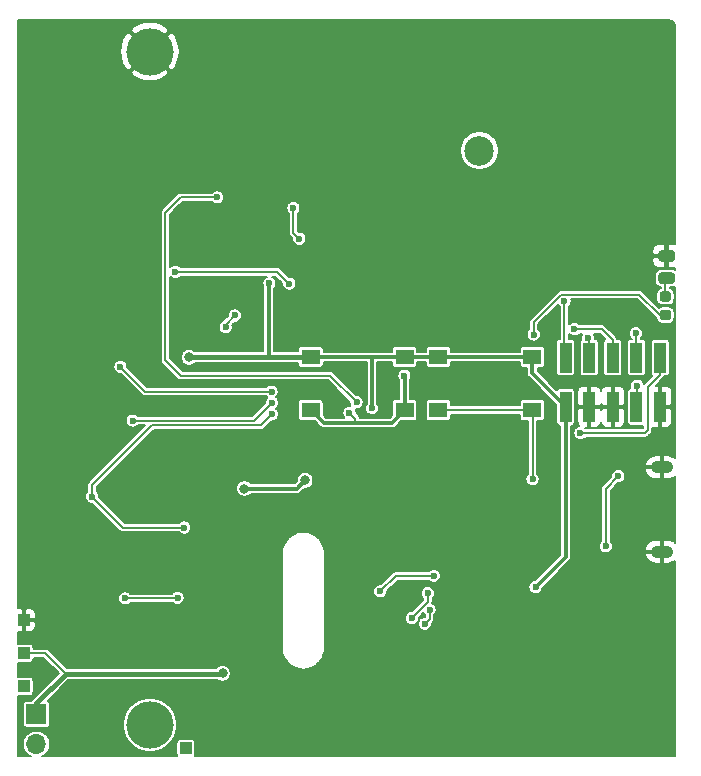
<source format=gbr>
%TF.GenerationSoftware,KiCad,Pcbnew,(5.1.10)-1*%
%TF.CreationDate,2021-11-23T09:49:32-07:00*%
%TF.ProjectId,SolarGPS,536f6c61-7247-4505-932e-6b696361645f,rev?*%
%TF.SameCoordinates,Original*%
%TF.FileFunction,Copper,L1,Top*%
%TF.FilePolarity,Positive*%
%FSLAX46Y46*%
G04 Gerber Fmt 4.6, Leading zero omitted, Abs format (unit mm)*
G04 Created by KiCad (PCBNEW (5.1.10)-1) date 2021-11-23 09:49:32*
%MOMM*%
%LPD*%
G01*
G04 APERTURE LIST*
%TA.AperFunction,ComponentPad*%
%ADD10O,1.900000X1.050000*%
%TD*%
%TA.AperFunction,ComponentPad*%
%ADD11R,1.000000X1.000000*%
%TD*%
%TA.AperFunction,ComponentPad*%
%ADD12C,2.500000*%
%TD*%
%TA.AperFunction,ComponentPad*%
%ADD13C,4.000000*%
%TD*%
%TA.AperFunction,ComponentPad*%
%ADD14O,1.700000X1.700000*%
%TD*%
%TA.AperFunction,ComponentPad*%
%ADD15R,1.700000X1.700000*%
%TD*%
%TA.AperFunction,SMDPad,CuDef*%
%ADD16R,1.550000X1.300000*%
%TD*%
%TA.AperFunction,SMDPad,CuDef*%
%ADD17R,1.000000X2.580000*%
%TD*%
%TA.AperFunction,ViaPad*%
%ADD18C,0.600000*%
%TD*%
%TA.AperFunction,ViaPad*%
%ADD19C,0.800000*%
%TD*%
%TA.AperFunction,Conductor*%
%ADD20C,0.200000*%
%TD*%
%TA.AperFunction,Conductor*%
%ADD21C,0.300000*%
%TD*%
%TA.AperFunction,Conductor*%
%ADD22C,0.400000*%
%TD*%
%TA.AperFunction,Conductor*%
%ADD23C,0.100000*%
%TD*%
G04 APERTURE END LIST*
D10*
%TO.P,J2,6*%
%TO.N,GND*%
X104850000Y-95350000D03*
X104850000Y-88200000D03*
%TD*%
D11*
%TO.P,TPGND1,1*%
%TO.N,GND*%
X50850000Y-101150000D03*
%TD*%
%TO.P,TPSHNT1,1*%
%TO.N,Net-(C14-Pad2)*%
X50850000Y-106750000D03*
%TD*%
D12*
%TO.P,AE1,1*%
%TO.N,Net-(AE1-Pad1)*%
X89400000Y-61400000D03*
%TD*%
D13*
%TO.P,SC1,2*%
%TO.N,GND*%
X61500000Y-53000000D03*
%TO.P,SC1,1*%
%TO.N,SOLAR+*%
X61500000Y-110000000D03*
%TD*%
D14*
%TO.P,C14,2*%
%TO.N,Net-(C14-Pad2)*%
X51900000Y-111640000D03*
D15*
%TO.P,C14,1*%
%TO.N,/VBAT*%
X51900000Y-109100000D03*
%TD*%
%TO.P,D2,2*%
%TO.N,Net-(D2-Pad2)*%
%TA.AperFunction,SMDPad,CuDef*%
G36*
G01*
X104793750Y-71700000D02*
X105706250Y-71700000D01*
G75*
G02*
X105950000Y-71943750I0J-243750D01*
G01*
X105950000Y-72431250D01*
G75*
G02*
X105706250Y-72675000I-243750J0D01*
G01*
X104793750Y-72675000D01*
G75*
G02*
X104550000Y-72431250I0J243750D01*
G01*
X104550000Y-71943750D01*
G75*
G02*
X104793750Y-71700000I243750J0D01*
G01*
G37*
%TD.AperFunction*%
%TO.P,D2,1*%
%TO.N,GND*%
%TA.AperFunction,SMDPad,CuDef*%
G36*
G01*
X104793750Y-69825000D02*
X105706250Y-69825000D01*
G75*
G02*
X105950000Y-70068750I0J-243750D01*
G01*
X105950000Y-70556250D01*
G75*
G02*
X105706250Y-70800000I-243750J0D01*
G01*
X104793750Y-70800000D01*
G75*
G02*
X104550000Y-70556250I0J243750D01*
G01*
X104550000Y-70068750D01*
G75*
G02*
X104793750Y-69825000I243750J0D01*
G01*
G37*
%TD.AperFunction*%
%TD*%
%TO.P,R3,2*%
%TO.N,Net-(D2-Pad2)*%
%TA.AperFunction,SMDPad,CuDef*%
G36*
G01*
X105406250Y-74187500D02*
X104893750Y-74187500D01*
G75*
G02*
X104675000Y-73968750I0J218750D01*
G01*
X104675000Y-73531250D01*
G75*
G02*
X104893750Y-73312500I218750J0D01*
G01*
X105406250Y-73312500D01*
G75*
G02*
X105625000Y-73531250I0J-218750D01*
G01*
X105625000Y-73968750D01*
G75*
G02*
X105406250Y-74187500I-218750J0D01*
G01*
G37*
%TD.AperFunction*%
%TO.P,R3,1*%
%TO.N,LED*%
%TA.AperFunction,SMDPad,CuDef*%
G36*
G01*
X105406250Y-75762500D02*
X104893750Y-75762500D01*
G75*
G02*
X104675000Y-75543750I0J218750D01*
G01*
X104675000Y-75106250D01*
G75*
G02*
X104893750Y-74887500I218750J0D01*
G01*
X105406250Y-74887500D01*
G75*
G02*
X105625000Y-75106250I0J-218750D01*
G01*
X105625000Y-75543750D01*
G75*
G02*
X105406250Y-75762500I-218750J0D01*
G01*
G37*
%TD.AperFunction*%
%TD*%
D11*
%TO.P,TPBAT1,1*%
%TO.N,/VBAT*%
X50850000Y-103950000D03*
%TD*%
%TO.P,TPSOLAR1,1*%
%TO.N,SOLAR+*%
X64550000Y-112000000D03*
%TD*%
D16*
%TO.P,SW2,2*%
%TO.N,VDD*%
X75125000Y-78850000D03*
%TO.P,SW2,1*%
%TO.N,BOOT0*%
X75125000Y-83350000D03*
X83075000Y-83350000D03*
%TO.P,SW2,2*%
%TO.N,VDD*%
X83075000Y-78850000D03*
%TD*%
%TO.P,SW1,2*%
%TO.N,VDD*%
X85925000Y-78850000D03*
%TO.P,SW1,1*%
%TO.N,USER1*%
X85925000Y-83350000D03*
X93875000Y-83350000D03*
%TO.P,SW1,2*%
%TO.N,VDD*%
X93875000Y-78850000D03*
%TD*%
D17*
%TO.P,J4,10*%
%TO.N,RESET*%
X104700000Y-78915000D03*
%TO.P,J4,9*%
%TO.N,GND*%
X104700000Y-83085000D03*
%TO.P,J4,8*%
%TO.N,DEBUG_UART_MISO*%
X102700000Y-78915000D03*
%TO.P,J4,7*%
%TO.N,DEBUG_UART_MOSI*%
X102700000Y-83085000D03*
%TO.P,J4,6*%
%TO.N,SWO*%
X100700000Y-78915000D03*
%TO.P,J4,5*%
%TO.N,GND*%
X100700000Y-83085000D03*
%TO.P,J4,4*%
%TO.N,SWCLK*%
X98700000Y-78915000D03*
%TO.P,J4,3*%
%TO.N,GND*%
X98700000Y-83085000D03*
%TO.P,J4,2*%
%TO.N,SWDIO*%
X96700000Y-78915000D03*
%TO.P,J4,1*%
%TO.N,VDD*%
X96700000Y-83085000D03*
%TD*%
D18*
%TO.N,GND*%
X62700000Y-97000000D03*
X62000000Y-97000000D03*
X64600000Y-104600000D03*
X68800000Y-99700000D03*
X56500000Y-105000000D03*
X56600000Y-102200000D03*
X57100000Y-97000000D03*
X59800000Y-87500000D03*
X62400000Y-87400000D03*
X65300000Y-87400000D03*
X66800000Y-90900000D03*
X87450000Y-59150000D03*
X88400000Y-58700000D03*
X90500000Y-58550000D03*
X91450000Y-58950000D03*
X91950000Y-60200000D03*
X92350000Y-61550000D03*
X92100000Y-63100000D03*
X90200000Y-64400000D03*
X88150000Y-64200000D03*
X87350000Y-63550000D03*
X89450000Y-58400000D03*
X89100000Y-64450000D03*
X91250000Y-63950000D03*
X75900000Y-86200000D03*
X71700000Y-94900000D03*
X71950000Y-84850000D03*
X68900000Y-59700000D03*
X69800000Y-59700000D03*
X72200000Y-59600000D03*
X73900000Y-59600000D03*
X76100000Y-70150000D03*
X70200000Y-75150000D03*
X81950000Y-81150000D03*
X83650000Y-86050000D03*
X85700000Y-81600000D03*
X93600000Y-96600000D03*
X93750000Y-101100000D03*
X93900000Y-92850000D03*
X104650000Y-85100000D03*
X105300000Y-68950000D03*
X55100000Y-81250000D03*
X58850000Y-81150000D03*
X56200000Y-85600000D03*
X55900000Y-95350000D03*
X60800000Y-94000000D03*
X58150000Y-111650000D03*
X104950000Y-97200000D03*
X104950000Y-99250000D03*
X98850000Y-96900000D03*
X94950000Y-99900000D03*
X98000000Y-89250000D03*
X63850000Y-63500000D03*
%TO.N,VBAT_SENSE*%
X71850000Y-82750000D03*
X60050000Y-84250000D03*
%TO.N,VDD*%
X80300000Y-83200000D03*
D19*
X64800000Y-78900000D03*
D18*
X94150000Y-98350000D03*
D19*
X69500000Y-90000000D03*
X74650000Y-89300000D03*
D18*
X71612954Y-72609901D03*
%TO.N,VSTOR*%
X63846446Y-99253554D03*
X59400000Y-99300000D03*
D19*
%TO.N,/VBAT*%
X67650000Y-105650000D03*
D18*
%TO.N,SOLAR_SENSE*%
X71800000Y-81800000D03*
X59000000Y-79700000D03*
%TO.N,RESET*%
X97950000Y-85300000D03*
%TO.N,SWDIO*%
X96600000Y-74150000D03*
%TO.N,SWCLK*%
X98600000Y-77260010D03*
%TO.N,DISP_EN*%
X85550000Y-97400000D03*
X80994881Y-98705119D03*
%TO.N,BOOT0*%
X83050000Y-80450000D03*
X78400000Y-83600000D03*
%TO.N,USER1*%
X93900000Y-89200000D03*
%TO.N,GPS_EXINT*%
X74150000Y-68850000D03*
X73650000Y-66250000D03*
%TO.N,DISP_CLK*%
X84788146Y-101461856D03*
X85178257Y-100268019D03*
%TO.N,EXTCOMIN*%
X85033047Y-98860010D03*
X83674300Y-100980002D03*
%TO.N,VBAT_OK*%
X64400000Y-93300000D03*
X56600000Y-90700000D03*
X71850000Y-83700000D03*
%TO.N,GPS_UART_MISO*%
X67924454Y-76325546D03*
X68700000Y-75350000D03*
%TO.N,DEBUG_UART_MISO*%
X102650000Y-76850000D03*
%TO.N,DEBUG_UART_MOSI*%
X102750000Y-81300000D03*
%TO.N,LED*%
X94000000Y-76960010D03*
%TO.N,GPS_VBAT*%
X79000000Y-82700000D03*
X67200000Y-65350000D03*
%TO.N,SWO*%
X97450000Y-76500000D03*
%TO.N,VUSB*%
X100100000Y-94900000D03*
X101160010Y-88950000D03*
%TO.N,GPSEN*%
X63650000Y-71650000D03*
X73300000Y-72650000D03*
%TD*%
D20*
%TO.N,VBAT_SENSE*%
X70350000Y-84250000D02*
X71850000Y-82750000D01*
X60050000Y-84250000D02*
X70350000Y-84250000D01*
D21*
%TO.N,VDD*%
X83075000Y-78850000D02*
X85925000Y-78850000D01*
X85925000Y-78850000D02*
X93875000Y-78850000D01*
X76550000Y-78850000D02*
X75125000Y-78850000D01*
D20*
X80300000Y-78950000D02*
X80200000Y-78850000D01*
D21*
X80200000Y-78850000D02*
X76550000Y-78850000D01*
X80300000Y-83200000D02*
X80300000Y-78950000D01*
X83075000Y-78850000D02*
X80200000Y-78850000D01*
D22*
X64850000Y-78850000D02*
X64800000Y-78900000D01*
X75125000Y-78850000D02*
X71550000Y-78850000D01*
X71550000Y-78850000D02*
X64850000Y-78850000D01*
D21*
X93875000Y-80260000D02*
X96700000Y-83085000D01*
X93875000Y-78850000D02*
X93875000Y-80260000D01*
X96700000Y-95800000D02*
X94150000Y-98350000D01*
X96700000Y-83085000D02*
X96700000Y-95800000D01*
X73950000Y-90000000D02*
X74650000Y-89300000D01*
X69500000Y-90000000D02*
X73950000Y-90000000D01*
X71550000Y-72672855D02*
X71612954Y-72609901D01*
X71550000Y-78850000D02*
X71550000Y-72672855D01*
D20*
%TO.N,VSTOR*%
X63800000Y-99300000D02*
X63846446Y-99253554D01*
X59400000Y-99300000D02*
X63800000Y-99300000D01*
D22*
%TO.N,/VBAT*%
X67600000Y-105700000D02*
X67650000Y-105650000D01*
X54400000Y-105700000D02*
X67600000Y-105700000D01*
X51900000Y-108200000D02*
X54400000Y-105700000D01*
X51900000Y-109100000D02*
X51900000Y-108200000D01*
D20*
X52650000Y-103950000D02*
X54400000Y-105700000D01*
X50850000Y-103950000D02*
X52650000Y-103950000D01*
%TO.N,SOLAR_SENSE*%
X61100000Y-81800000D02*
X59000000Y-79700000D01*
X71800000Y-81800000D02*
X61100000Y-81800000D01*
%TO.N,RESET*%
X104700000Y-80350000D02*
X104700000Y-78915000D01*
X103650000Y-81400000D02*
X104700000Y-80350000D01*
X103650000Y-85050000D02*
X103650000Y-81400000D01*
X103400000Y-85300000D02*
X103650000Y-85050000D01*
X97950000Y-85300000D02*
X103400000Y-85300000D01*
%TO.N,SWDIO*%
X96700000Y-78915000D02*
X96600000Y-78815000D01*
X96600000Y-78815000D02*
X96600000Y-74150000D01*
%TO.N,SWCLK*%
X98700000Y-78915000D02*
X98700000Y-77360010D01*
X98700000Y-77360010D02*
X98600000Y-77260010D01*
%TO.N,DISP_EN*%
X82300000Y-97400000D02*
X80994881Y-98705119D01*
X85550000Y-97400000D02*
X82300000Y-97400000D01*
D21*
%TO.N,BOOT0*%
X81975000Y-84450000D02*
X83075000Y-83350000D01*
X75125000Y-83350000D02*
X76225000Y-84450000D01*
X83075000Y-80475000D02*
X83050000Y-80450000D01*
X83075000Y-83350000D02*
X83075000Y-80475000D01*
X81200000Y-84450000D02*
X81975000Y-84450000D01*
X76225000Y-84450000D02*
X78200000Y-84450000D01*
X78900000Y-84450000D02*
X81200000Y-84450000D01*
X78200000Y-84450000D02*
X78900000Y-84450000D01*
D20*
X78900000Y-84450000D02*
X78900000Y-84100000D01*
X78900000Y-84100000D02*
X78400000Y-83600000D01*
%TO.N,USER1*%
X85925000Y-83350000D02*
X93875000Y-83350000D01*
X93900000Y-83375000D02*
X93875000Y-83350000D01*
X93900000Y-89200000D02*
X93900000Y-83375000D01*
%TO.N,GPS_EXINT*%
X73650000Y-68350000D02*
X73650000Y-66250000D01*
X74150000Y-68850000D02*
X73650000Y-68350000D01*
%TO.N,DISP_CLK*%
X84788146Y-101461856D02*
X85178257Y-101071745D01*
X85178257Y-101071745D02*
X85178257Y-100268019D01*
%TO.N,EXTCOMIN*%
X85033047Y-99621255D02*
X83674300Y-100980002D01*
X85033047Y-98860010D02*
X85033047Y-99621255D01*
%TO.N,VBAT_OK*%
X59200000Y-93300000D02*
X56600000Y-90700000D01*
X64400000Y-93300000D02*
X59200000Y-93300000D01*
X70939990Y-84610010D02*
X61689990Y-84610010D01*
X71850000Y-83700000D02*
X70939990Y-84610010D01*
X56600000Y-89700000D02*
X56600000Y-90700000D01*
X61689990Y-84610010D02*
X56600000Y-89700000D01*
%TO.N,GPS_UART_MISO*%
X67924454Y-76125546D02*
X68700000Y-75350000D01*
X67924454Y-76325546D02*
X67924454Y-76125546D01*
%TO.N,Net-(D2-Pad2)*%
X105150000Y-72287500D02*
X105250000Y-72187500D01*
X105150000Y-73750000D02*
X105150000Y-72287500D01*
%TO.N,DEBUG_UART_MISO*%
X102700000Y-76900000D02*
X102650000Y-76850000D01*
X102700000Y-78915000D02*
X102700000Y-76900000D01*
%TO.N,DEBUG_UART_MOSI*%
X102750000Y-83035000D02*
X102700000Y-83085000D01*
X102750000Y-81300000D02*
X102750000Y-83035000D01*
%TO.N,LED*%
X102939998Y-73589998D02*
X96331198Y-73589998D01*
X105150000Y-75325000D02*
X104675000Y-75325000D01*
X94000000Y-75921196D02*
X94000000Y-76960010D01*
X104675000Y-75325000D02*
X102939998Y-73589998D01*
X96331198Y-73589998D02*
X94000000Y-75921196D01*
%TO.N,GPS_VBAT*%
X79000000Y-82700000D02*
X76750000Y-80450000D01*
X76750000Y-80450000D02*
X64100000Y-80450000D01*
X64100000Y-80450000D02*
X62800000Y-79150000D01*
X62800000Y-79150000D02*
X62800000Y-66650000D01*
X64100000Y-65350000D02*
X67200000Y-65350000D01*
X62800000Y-66650000D02*
X64100000Y-65350000D01*
%TO.N,SWO*%
X99775000Y-76500000D02*
X97450000Y-76500000D01*
X100700000Y-78915000D02*
X100700000Y-77425000D01*
X100700000Y-77425000D02*
X99775000Y-76500000D01*
%TO.N,VUSB*%
X100100000Y-90010010D02*
X101160010Y-88950000D01*
X100100000Y-94900000D02*
X100100000Y-90010010D01*
%TO.N,GPSEN*%
X63650000Y-71650000D02*
X72300000Y-71650000D01*
X72300000Y-71650000D02*
X73300000Y-72650000D01*
%TD*%
%TO.N,GND*%
X105430805Y-50339384D02*
X105556629Y-50377373D01*
X105672675Y-50439076D01*
X105774532Y-50522148D01*
X105858310Y-50623418D01*
X105920819Y-50739027D01*
X105959686Y-50864586D01*
X105975000Y-51010285D01*
X105975000Y-69325043D01*
X105950000Y-69322581D01*
X105475000Y-69325000D01*
X105350000Y-69450000D01*
X105350000Y-70212500D01*
X105370000Y-70212500D01*
X105370000Y-70412500D01*
X105350000Y-70412500D01*
X105350000Y-71175000D01*
X105475000Y-71300000D01*
X105950000Y-71302419D01*
X105975000Y-71299957D01*
X105975000Y-71472180D01*
X105914889Y-71440050D01*
X105812613Y-71409025D01*
X105706250Y-71398549D01*
X104793750Y-71398549D01*
X104687387Y-71409025D01*
X104585111Y-71440050D01*
X104490853Y-71490432D01*
X104408235Y-71558235D01*
X104340432Y-71640853D01*
X104290050Y-71735111D01*
X104259025Y-71837387D01*
X104248549Y-71943750D01*
X104248549Y-72431250D01*
X104259025Y-72537613D01*
X104290050Y-72639889D01*
X104340432Y-72734147D01*
X104408235Y-72816765D01*
X104490853Y-72884568D01*
X104585111Y-72934950D01*
X104687387Y-72965975D01*
X104750001Y-72972142D01*
X104750000Y-73033865D01*
X104694678Y-73050647D01*
X104604742Y-73098719D01*
X104525912Y-73163412D01*
X104461219Y-73242242D01*
X104413147Y-73332178D01*
X104383545Y-73429764D01*
X104373549Y-73531250D01*
X104373549Y-73968750D01*
X104383545Y-74070236D01*
X104413147Y-74167822D01*
X104461219Y-74257758D01*
X104525912Y-74336588D01*
X104604742Y-74401281D01*
X104694678Y-74449353D01*
X104792264Y-74478955D01*
X104893750Y-74488951D01*
X105406250Y-74488951D01*
X105507736Y-74478955D01*
X105605322Y-74449353D01*
X105695258Y-74401281D01*
X105774088Y-74336588D01*
X105838781Y-74257758D01*
X105886853Y-74167822D01*
X105916455Y-74070236D01*
X105926451Y-73968750D01*
X105926451Y-73531250D01*
X105916455Y-73429764D01*
X105886853Y-73332178D01*
X105838781Y-73242242D01*
X105774088Y-73163412D01*
X105695258Y-73098719D01*
X105605322Y-73050647D01*
X105550000Y-73033865D01*
X105550000Y-72976451D01*
X105706250Y-72976451D01*
X105812613Y-72965975D01*
X105914889Y-72934950D01*
X105975000Y-72902820D01*
X105975001Y-87450608D01*
X105927606Y-87403301D01*
X105759638Y-87291292D01*
X105573046Y-87214204D01*
X105375000Y-87175000D01*
X104950000Y-87175000D01*
X104950000Y-88100000D01*
X104970000Y-88100000D01*
X104970000Y-88300000D01*
X104950000Y-88300000D01*
X104950000Y-89225000D01*
X105375000Y-89225000D01*
X105573046Y-89185796D01*
X105759638Y-89108708D01*
X105927606Y-88996699D01*
X105975001Y-88949392D01*
X105975001Y-94600608D01*
X105927606Y-94553301D01*
X105759638Y-94441292D01*
X105573046Y-94364204D01*
X105375000Y-94325000D01*
X104950000Y-94325000D01*
X104950000Y-95250000D01*
X104970000Y-95250000D01*
X104970000Y-95450000D01*
X104950000Y-95450000D01*
X104950000Y-96375000D01*
X105375000Y-96375000D01*
X105573046Y-96335796D01*
X105759638Y-96258708D01*
X105927606Y-96146699D01*
X105975001Y-96099392D01*
X105975001Y-112675000D01*
X65294473Y-112675000D01*
X65300647Y-112667477D01*
X65328504Y-112615360D01*
X65345659Y-112558810D01*
X65351451Y-112500000D01*
X65351451Y-111500000D01*
X65345659Y-111441190D01*
X65328504Y-111384640D01*
X65300647Y-111332523D01*
X65263158Y-111286842D01*
X65217477Y-111249353D01*
X65165360Y-111221496D01*
X65108810Y-111204341D01*
X65050000Y-111198549D01*
X64050000Y-111198549D01*
X63991190Y-111204341D01*
X63934640Y-111221496D01*
X63882523Y-111249353D01*
X63836842Y-111286842D01*
X63799353Y-111332523D01*
X63771496Y-111384640D01*
X63754341Y-111441190D01*
X63748549Y-111500000D01*
X63748549Y-112500000D01*
X63754341Y-112558810D01*
X63771496Y-112615360D01*
X63799353Y-112667477D01*
X63805527Y-112675000D01*
X52406382Y-112675000D01*
X52444729Y-112659116D01*
X52633082Y-112533263D01*
X52793263Y-112373082D01*
X52919116Y-112184729D01*
X53005806Y-111975443D01*
X53050000Y-111753265D01*
X53050000Y-111526735D01*
X53005806Y-111304557D01*
X52919116Y-111095271D01*
X52793263Y-110906918D01*
X52633082Y-110746737D01*
X52444729Y-110620884D01*
X52235443Y-110534194D01*
X52013265Y-110490000D01*
X51786735Y-110490000D01*
X51564557Y-110534194D01*
X51355271Y-110620884D01*
X51166918Y-110746737D01*
X51006737Y-110906918D01*
X50880884Y-111095271D01*
X50794194Y-111304557D01*
X50750000Y-111526735D01*
X50750000Y-111753265D01*
X50794194Y-111975443D01*
X50880884Y-112184729D01*
X51006737Y-112373082D01*
X51166918Y-112533263D01*
X51355271Y-112659116D01*
X51393618Y-112675000D01*
X50325000Y-112675000D01*
X50325000Y-107548989D01*
X50350000Y-107551451D01*
X51350000Y-107551451D01*
X51408810Y-107545659D01*
X51465360Y-107528504D01*
X51517477Y-107500647D01*
X51563158Y-107463158D01*
X51600647Y-107417477D01*
X51628504Y-107365360D01*
X51645659Y-107308810D01*
X51651451Y-107250000D01*
X51651451Y-106250000D01*
X51645659Y-106191190D01*
X51628504Y-106134640D01*
X51600647Y-106082523D01*
X51563158Y-106036842D01*
X51517477Y-105999353D01*
X51465360Y-105971496D01*
X51408810Y-105954341D01*
X51350000Y-105948549D01*
X50350000Y-105948549D01*
X50325000Y-105951011D01*
X50325000Y-104748989D01*
X50350000Y-104751451D01*
X51350000Y-104751451D01*
X51408810Y-104745659D01*
X51465360Y-104728504D01*
X51517477Y-104700647D01*
X51563158Y-104663158D01*
X51600647Y-104617477D01*
X51628504Y-104565360D01*
X51645659Y-104508810D01*
X51651451Y-104450000D01*
X51651451Y-104350000D01*
X52484315Y-104350000D01*
X53763605Y-105629290D01*
X51563819Y-107829076D01*
X51544737Y-107844736D01*
X51482255Y-107920871D01*
X51467461Y-107948549D01*
X51050000Y-107948549D01*
X50991190Y-107954341D01*
X50934640Y-107971496D01*
X50882523Y-107999353D01*
X50836842Y-108036842D01*
X50799353Y-108082523D01*
X50771496Y-108134640D01*
X50754341Y-108191190D01*
X50748549Y-108250000D01*
X50748549Y-109950000D01*
X50754341Y-110008810D01*
X50771496Y-110065360D01*
X50799353Y-110117477D01*
X50836842Y-110163158D01*
X50882523Y-110200647D01*
X50934640Y-110228504D01*
X50991190Y-110245659D01*
X51050000Y-110251451D01*
X52750000Y-110251451D01*
X52808810Y-110245659D01*
X52865360Y-110228504D01*
X52917477Y-110200647D01*
X52963158Y-110163158D01*
X53000647Y-110117477D01*
X53028504Y-110065360D01*
X53045659Y-110008810D01*
X53051451Y-109950000D01*
X53051451Y-109773470D01*
X59200000Y-109773470D01*
X59200000Y-110226530D01*
X59288387Y-110670885D01*
X59461766Y-111089459D01*
X59713473Y-111466165D01*
X60033835Y-111786527D01*
X60410541Y-112038234D01*
X60829115Y-112211613D01*
X61273470Y-112300000D01*
X61726530Y-112300000D01*
X62170885Y-112211613D01*
X62589459Y-112038234D01*
X62966165Y-111786527D01*
X63286527Y-111466165D01*
X63538234Y-111089459D01*
X63711613Y-110670885D01*
X63800000Y-110226530D01*
X63800000Y-109773470D01*
X63711613Y-109329115D01*
X63538234Y-108910541D01*
X63286527Y-108533835D01*
X62966165Y-108213473D01*
X62589459Y-107961766D01*
X62170885Y-107788387D01*
X61726530Y-107700000D01*
X61273470Y-107700000D01*
X60829115Y-107788387D01*
X60410541Y-107961766D01*
X60033835Y-108213473D01*
X59713473Y-108533835D01*
X59461766Y-108910541D01*
X59288387Y-109329115D01*
X59200000Y-109773470D01*
X53051451Y-109773470D01*
X53051451Y-108250000D01*
X53045659Y-108191190D01*
X53028504Y-108134640D01*
X53000647Y-108082523D01*
X52963158Y-108036842D01*
X52917477Y-107999353D01*
X52865360Y-107971496D01*
X52842534Y-107964571D01*
X54607106Y-106200000D01*
X67213166Y-106200000D01*
X67318426Y-106270332D01*
X67445818Y-106323099D01*
X67581056Y-106350000D01*
X67718944Y-106350000D01*
X67854182Y-106323099D01*
X67981574Y-106270332D01*
X68096224Y-106193726D01*
X68193726Y-106096224D01*
X68270332Y-105981574D01*
X68323099Y-105854182D01*
X68350000Y-105718944D01*
X68350000Y-105581056D01*
X68323099Y-105445818D01*
X68270332Y-105318426D01*
X68193726Y-105203776D01*
X68096224Y-105106274D01*
X67981574Y-105029668D01*
X67854182Y-104976901D01*
X67718944Y-104950000D01*
X67581056Y-104950000D01*
X67445818Y-104976901D01*
X67318426Y-105029668D01*
X67203776Y-105106274D01*
X67110050Y-105200000D01*
X54465685Y-105200000D01*
X52946737Y-103681052D01*
X52934211Y-103665789D01*
X52873303Y-103615803D01*
X52803814Y-103578660D01*
X52728414Y-103555788D01*
X52669647Y-103550000D01*
X52669646Y-103550000D01*
X52650000Y-103548065D01*
X52630354Y-103550000D01*
X51651451Y-103550000D01*
X51651451Y-103515960D01*
X72675000Y-103515960D01*
X72675111Y-103517091D01*
X72675154Y-103523209D01*
X72676697Y-103537890D01*
X72676697Y-103552658D01*
X72677171Y-103557171D01*
X72709804Y-103848095D01*
X72715924Y-103876884D01*
X72721650Y-103905803D01*
X72722992Y-103910138D01*
X72811510Y-104189183D01*
X72823108Y-104216244D01*
X72834339Y-104243491D01*
X72836497Y-104247483D01*
X72977530Y-104504021D01*
X72994169Y-104528322D01*
X73010473Y-104552860D01*
X73013366Y-104556357D01*
X73201541Y-104780615D01*
X73222544Y-104801182D01*
X73243342Y-104822126D01*
X73246859Y-104824994D01*
X73475009Y-105008431D01*
X73499643Y-105024551D01*
X73524076Y-105041031D01*
X73528083Y-105043162D01*
X73787518Y-105178792D01*
X73814839Y-105189830D01*
X73841985Y-105201241D01*
X73846329Y-105202553D01*
X74127167Y-105285208D01*
X74156102Y-105290727D01*
X74184957Y-105296650D01*
X74189473Y-105297093D01*
X74481017Y-105323626D01*
X74510477Y-105323420D01*
X74539927Y-105323625D01*
X74544443Y-105323183D01*
X74835588Y-105292583D01*
X74864449Y-105286658D01*
X74893378Y-105281140D01*
X74897722Y-105279828D01*
X75177378Y-105193261D01*
X75204513Y-105181854D01*
X75231844Y-105170811D01*
X75235851Y-105168680D01*
X75493367Y-105029442D01*
X75517787Y-105012970D01*
X75542435Y-104996841D01*
X75545952Y-104993973D01*
X75771519Y-104807368D01*
X75792283Y-104786458D01*
X75813320Y-104765857D01*
X75816213Y-104762361D01*
X76001239Y-104535497D01*
X76017562Y-104510929D01*
X76034181Y-104486657D01*
X76036340Y-104482665D01*
X76173777Y-104224184D01*
X76184993Y-104196970D01*
X76196605Y-104169877D01*
X76197948Y-104165542D01*
X76282562Y-103885287D01*
X76288284Y-103856389D01*
X76294407Y-103827579D01*
X76294882Y-103823066D01*
X76323449Y-103531714D01*
X76323449Y-103531708D01*
X76325000Y-103515961D01*
X76325000Y-100920907D01*
X83074300Y-100920907D01*
X83074300Y-101039097D01*
X83097358Y-101155016D01*
X83142587Y-101264209D01*
X83208250Y-101362480D01*
X83291822Y-101446052D01*
X83390093Y-101511715D01*
X83499286Y-101556944D01*
X83615205Y-101580002D01*
X83733395Y-101580002D01*
X83849314Y-101556944D01*
X83958507Y-101511715D01*
X84056778Y-101446052D01*
X84140350Y-101362480D01*
X84206013Y-101264209D01*
X84251242Y-101155016D01*
X84274300Y-101039097D01*
X84274300Y-100945687D01*
X84655042Y-100564945D01*
X84712207Y-100650497D01*
X84778257Y-100716547D01*
X84778257Y-100861856D01*
X84729051Y-100861856D01*
X84613132Y-100884914D01*
X84503939Y-100930143D01*
X84405668Y-100995806D01*
X84322096Y-101079378D01*
X84256433Y-101177649D01*
X84211204Y-101286842D01*
X84188146Y-101402761D01*
X84188146Y-101520951D01*
X84211204Y-101636870D01*
X84256433Y-101746063D01*
X84322096Y-101844334D01*
X84405668Y-101927906D01*
X84503939Y-101993569D01*
X84613132Y-102038798D01*
X84729051Y-102061856D01*
X84847241Y-102061856D01*
X84963160Y-102038798D01*
X85072353Y-101993569D01*
X85170624Y-101927906D01*
X85254196Y-101844334D01*
X85319859Y-101746063D01*
X85365088Y-101636870D01*
X85388146Y-101520951D01*
X85388146Y-101427542D01*
X85447211Y-101368477D01*
X85462468Y-101355956D01*
X85512454Y-101295048D01*
X85549597Y-101225559D01*
X85572469Y-101150159D01*
X85578257Y-101091392D01*
X85578257Y-101091382D01*
X85580191Y-101071746D01*
X85578257Y-101052110D01*
X85578257Y-100716547D01*
X85644307Y-100650497D01*
X85709970Y-100552226D01*
X85755199Y-100443033D01*
X85778257Y-100327114D01*
X85778257Y-100208924D01*
X85755199Y-100093005D01*
X85709970Y-99983812D01*
X85644307Y-99885541D01*
X85560735Y-99801969D01*
X85462464Y-99736306D01*
X85421316Y-99719262D01*
X85427259Y-99699669D01*
X85433047Y-99640902D01*
X85433047Y-99640892D01*
X85434981Y-99621256D01*
X85433047Y-99601620D01*
X85433047Y-99308538D01*
X85499097Y-99242488D01*
X85564760Y-99144217D01*
X85609989Y-99035024D01*
X85633047Y-98919105D01*
X85633047Y-98800915D01*
X85609989Y-98684996D01*
X85564760Y-98575803D01*
X85499097Y-98477532D01*
X85415525Y-98393960D01*
X85317254Y-98328297D01*
X85208061Y-98283068D01*
X85092142Y-98260010D01*
X84973952Y-98260010D01*
X84858033Y-98283068D01*
X84748840Y-98328297D01*
X84650569Y-98393960D01*
X84566997Y-98477532D01*
X84501334Y-98575803D01*
X84456105Y-98684996D01*
X84433047Y-98800915D01*
X84433047Y-98919105D01*
X84456105Y-99035024D01*
X84501334Y-99144217D01*
X84566997Y-99242488D01*
X84633048Y-99308539D01*
X84633048Y-99455569D01*
X83708615Y-100380002D01*
X83615205Y-100380002D01*
X83499286Y-100403060D01*
X83390093Y-100448289D01*
X83291822Y-100513952D01*
X83208250Y-100597524D01*
X83142587Y-100695795D01*
X83097358Y-100804988D01*
X83074300Y-100920907D01*
X76325000Y-100920907D01*
X76325000Y-98646024D01*
X80394881Y-98646024D01*
X80394881Y-98764214D01*
X80417939Y-98880133D01*
X80463168Y-98989326D01*
X80528831Y-99087597D01*
X80612403Y-99171169D01*
X80710674Y-99236832D01*
X80819867Y-99282061D01*
X80935786Y-99305119D01*
X81053976Y-99305119D01*
X81169895Y-99282061D01*
X81279088Y-99236832D01*
X81377359Y-99171169D01*
X81460931Y-99087597D01*
X81526594Y-98989326D01*
X81571823Y-98880133D01*
X81594881Y-98764214D01*
X81594881Y-98670804D01*
X82465686Y-97800000D01*
X85101472Y-97800000D01*
X85167522Y-97866050D01*
X85265793Y-97931713D01*
X85374986Y-97976942D01*
X85490905Y-98000000D01*
X85609095Y-98000000D01*
X85725014Y-97976942D01*
X85834207Y-97931713D01*
X85932478Y-97866050D01*
X86016050Y-97782478D01*
X86081713Y-97684207D01*
X86126942Y-97575014D01*
X86150000Y-97459095D01*
X86150000Y-97340905D01*
X86126942Y-97224986D01*
X86081713Y-97115793D01*
X86016050Y-97017522D01*
X85932478Y-96933950D01*
X85834207Y-96868287D01*
X85725014Y-96823058D01*
X85609095Y-96800000D01*
X85490905Y-96800000D01*
X85374986Y-96823058D01*
X85265793Y-96868287D01*
X85167522Y-96933950D01*
X85101472Y-97000000D01*
X82319646Y-97000000D01*
X82300000Y-96998065D01*
X82280353Y-97000000D01*
X82221586Y-97005788D01*
X82146186Y-97028660D01*
X82076697Y-97065803D01*
X82031049Y-97103265D01*
X82031047Y-97103267D01*
X82015789Y-97115789D01*
X82003267Y-97131047D01*
X81029196Y-98105119D01*
X80935786Y-98105119D01*
X80819867Y-98128177D01*
X80710674Y-98173406D01*
X80612403Y-98239069D01*
X80528831Y-98322641D01*
X80463168Y-98420912D01*
X80417939Y-98530105D01*
X80394881Y-98646024D01*
X76325000Y-98646024D01*
X76325000Y-95484039D01*
X76324889Y-95482908D01*
X76324846Y-95476791D01*
X76323303Y-95462110D01*
X76323303Y-95447342D01*
X76322828Y-95442829D01*
X76290196Y-95151904D01*
X76284074Y-95123107D01*
X76278350Y-95094197D01*
X76277008Y-95089862D01*
X76188490Y-94810817D01*
X76176903Y-94783785D01*
X76165661Y-94756509D01*
X76163503Y-94752517D01*
X76022470Y-94495979D01*
X76005831Y-94471678D01*
X75989527Y-94447140D01*
X75986634Y-94443643D01*
X75798459Y-94219385D01*
X75777403Y-94198765D01*
X75756657Y-94177874D01*
X75753141Y-94175006D01*
X75524991Y-93991569D01*
X75500339Y-93975437D01*
X75475923Y-93958969D01*
X75471917Y-93956838D01*
X75212482Y-93821208D01*
X75185173Y-93810175D01*
X75158015Y-93798759D01*
X75153671Y-93797447D01*
X74872833Y-93714792D01*
X74843900Y-93709273D01*
X74815044Y-93703350D01*
X74810529Y-93702907D01*
X74810527Y-93702907D01*
X74518983Y-93676375D01*
X74489562Y-93676580D01*
X74460074Y-93676375D01*
X74455557Y-93676817D01*
X74164412Y-93707417D01*
X74135558Y-93713340D01*
X74106622Y-93718860D01*
X74102278Y-93720172D01*
X73822622Y-93806740D01*
X73795507Y-93818138D01*
X73768156Y-93829189D01*
X73764149Y-93831320D01*
X73506633Y-93970559D01*
X73482240Y-93987012D01*
X73457565Y-94003159D01*
X73454048Y-94006027D01*
X73228481Y-94192632D01*
X73207733Y-94213526D01*
X73186680Y-94234143D01*
X73183787Y-94237639D01*
X72998761Y-94464503D01*
X72982454Y-94489048D01*
X72965819Y-94513343D01*
X72963660Y-94517335D01*
X72826223Y-94775816D01*
X72815007Y-94803030D01*
X72803395Y-94830123D01*
X72802052Y-94834458D01*
X72717438Y-95114712D01*
X72711714Y-95143625D01*
X72705593Y-95172421D01*
X72705118Y-95176934D01*
X72676551Y-95468286D01*
X72676551Y-95468302D01*
X72675001Y-95484039D01*
X72675000Y-103515960D01*
X51651451Y-103515960D01*
X51651451Y-103450000D01*
X51645659Y-103391190D01*
X51628504Y-103334640D01*
X51600647Y-103282523D01*
X51563158Y-103236842D01*
X51517477Y-103199353D01*
X51465360Y-103171496D01*
X51408810Y-103154341D01*
X51350000Y-103148549D01*
X50350000Y-103148549D01*
X50325000Y-103151011D01*
X50325000Y-102149957D01*
X50350000Y-102152419D01*
X50625000Y-102150000D01*
X50750000Y-102025000D01*
X50750000Y-101250000D01*
X50950000Y-101250000D01*
X50950000Y-102025000D01*
X51075000Y-102150000D01*
X51350000Y-102152419D01*
X51448017Y-102142765D01*
X51542267Y-102114175D01*
X51629129Y-102067746D01*
X51705264Y-102005264D01*
X51767746Y-101929129D01*
X51814175Y-101842267D01*
X51842765Y-101748017D01*
X51852419Y-101650000D01*
X51850000Y-101375000D01*
X51725000Y-101250000D01*
X50950000Y-101250000D01*
X50750000Y-101250000D01*
X50730000Y-101250000D01*
X50730000Y-101050000D01*
X50750000Y-101050000D01*
X50750000Y-100275000D01*
X50950000Y-100275000D01*
X50950000Y-101050000D01*
X51725000Y-101050000D01*
X51850000Y-100925000D01*
X51852419Y-100650000D01*
X51842765Y-100551983D01*
X51814175Y-100457733D01*
X51767746Y-100370871D01*
X51705264Y-100294736D01*
X51629129Y-100232254D01*
X51542267Y-100185825D01*
X51448017Y-100157235D01*
X51350000Y-100147581D01*
X51075000Y-100150000D01*
X50950000Y-100275000D01*
X50750000Y-100275000D01*
X50625000Y-100150000D01*
X50350000Y-100147581D01*
X50325000Y-100150043D01*
X50325000Y-99240905D01*
X58800000Y-99240905D01*
X58800000Y-99359095D01*
X58823058Y-99475014D01*
X58868287Y-99584207D01*
X58933950Y-99682478D01*
X59017522Y-99766050D01*
X59115793Y-99831713D01*
X59224986Y-99876942D01*
X59340905Y-99900000D01*
X59459095Y-99900000D01*
X59575014Y-99876942D01*
X59684207Y-99831713D01*
X59782478Y-99766050D01*
X59848528Y-99700000D01*
X63444364Y-99700000D01*
X63463968Y-99719604D01*
X63562239Y-99785267D01*
X63671432Y-99830496D01*
X63787351Y-99853554D01*
X63905541Y-99853554D01*
X64021460Y-99830496D01*
X64130653Y-99785267D01*
X64228924Y-99719604D01*
X64312496Y-99636032D01*
X64378159Y-99537761D01*
X64423388Y-99428568D01*
X64446446Y-99312649D01*
X64446446Y-99194459D01*
X64423388Y-99078540D01*
X64378159Y-98969347D01*
X64312496Y-98871076D01*
X64228924Y-98787504D01*
X64130653Y-98721841D01*
X64021460Y-98676612D01*
X63905541Y-98653554D01*
X63787351Y-98653554D01*
X63671432Y-98676612D01*
X63562239Y-98721841D01*
X63463968Y-98787504D01*
X63380396Y-98871076D01*
X63361069Y-98900000D01*
X59848528Y-98900000D01*
X59782478Y-98833950D01*
X59684207Y-98768287D01*
X59575014Y-98723058D01*
X59459095Y-98700000D01*
X59340905Y-98700000D01*
X59224986Y-98723058D01*
X59115793Y-98768287D01*
X59017522Y-98833950D01*
X58933950Y-98917522D01*
X58868287Y-99015793D01*
X58823058Y-99124986D01*
X58800000Y-99240905D01*
X50325000Y-99240905D01*
X50325000Y-90640905D01*
X56000000Y-90640905D01*
X56000000Y-90759095D01*
X56023058Y-90875014D01*
X56068287Y-90984207D01*
X56133950Y-91082478D01*
X56217522Y-91166050D01*
X56315793Y-91231713D01*
X56424986Y-91276942D01*
X56540905Y-91300000D01*
X56634315Y-91300000D01*
X58903267Y-93568953D01*
X58915789Y-93584211D01*
X58931047Y-93596733D01*
X58931049Y-93596735D01*
X58962982Y-93622941D01*
X58976697Y-93634197D01*
X59046186Y-93671340D01*
X59121586Y-93694212D01*
X59180353Y-93700000D01*
X59180363Y-93700000D01*
X59199999Y-93701934D01*
X59219635Y-93700000D01*
X63951472Y-93700000D01*
X64017522Y-93766050D01*
X64115793Y-93831713D01*
X64224986Y-93876942D01*
X64340905Y-93900000D01*
X64459095Y-93900000D01*
X64575014Y-93876942D01*
X64684207Y-93831713D01*
X64782478Y-93766050D01*
X64866050Y-93682478D01*
X64931713Y-93584207D01*
X64976942Y-93475014D01*
X65000000Y-93359095D01*
X65000000Y-93240905D01*
X64976942Y-93124986D01*
X64931713Y-93015793D01*
X64866050Y-92917522D01*
X64782478Y-92833950D01*
X64684207Y-92768287D01*
X64575014Y-92723058D01*
X64459095Y-92700000D01*
X64340905Y-92700000D01*
X64224986Y-92723058D01*
X64115793Y-92768287D01*
X64017522Y-92833950D01*
X63951472Y-92900000D01*
X59365686Y-92900000D01*
X57200000Y-90734315D01*
X57200000Y-90640905D01*
X57176942Y-90524986D01*
X57131713Y-90415793D01*
X57066050Y-90317522D01*
X57000000Y-90251472D01*
X57000000Y-89931056D01*
X68800000Y-89931056D01*
X68800000Y-90068944D01*
X68826901Y-90204182D01*
X68879668Y-90331574D01*
X68956274Y-90446224D01*
X69053776Y-90543726D01*
X69168426Y-90620332D01*
X69295818Y-90673099D01*
X69431056Y-90700000D01*
X69568944Y-90700000D01*
X69704182Y-90673099D01*
X69831574Y-90620332D01*
X69946224Y-90543726D01*
X70039950Y-90450000D01*
X73927906Y-90450000D01*
X73950000Y-90452176D01*
X73972094Y-90450000D01*
X73972105Y-90450000D01*
X74038215Y-90443489D01*
X74123041Y-90417757D01*
X74201216Y-90375971D01*
X74269737Y-90319737D01*
X74283828Y-90302567D01*
X74586395Y-90000000D01*
X74718944Y-90000000D01*
X74854182Y-89973099D01*
X74981574Y-89920332D01*
X75096224Y-89843726D01*
X75193726Y-89746224D01*
X75270332Y-89631574D01*
X75323099Y-89504182D01*
X75350000Y-89368944D01*
X75350000Y-89231056D01*
X75323099Y-89095818D01*
X75270332Y-88968426D01*
X75193726Y-88853776D01*
X75096224Y-88756274D01*
X74981574Y-88679668D01*
X74854182Y-88626901D01*
X74718944Y-88600000D01*
X74581056Y-88600000D01*
X74445818Y-88626901D01*
X74318426Y-88679668D01*
X74203776Y-88756274D01*
X74106274Y-88853776D01*
X74029668Y-88968426D01*
X73976901Y-89095818D01*
X73950000Y-89231056D01*
X73950000Y-89363605D01*
X73763605Y-89550000D01*
X70039950Y-89550000D01*
X69946224Y-89456274D01*
X69831574Y-89379668D01*
X69704182Y-89326901D01*
X69568944Y-89300000D01*
X69431056Y-89300000D01*
X69295818Y-89326901D01*
X69168426Y-89379668D01*
X69053776Y-89456274D01*
X68956274Y-89553776D01*
X68879668Y-89668426D01*
X68826901Y-89795818D01*
X68800000Y-89931056D01*
X57000000Y-89931056D01*
X57000000Y-89865685D01*
X61855676Y-85010010D01*
X70920344Y-85010010D01*
X70939990Y-85011945D01*
X70959636Y-85010010D01*
X70959637Y-85010010D01*
X71018404Y-85004222D01*
X71093804Y-84981350D01*
X71163293Y-84944207D01*
X71224201Y-84894221D01*
X71236727Y-84878958D01*
X71815685Y-84300000D01*
X71909095Y-84300000D01*
X72025014Y-84276942D01*
X72134207Y-84231713D01*
X72232478Y-84166050D01*
X72316050Y-84082478D01*
X72381713Y-83984207D01*
X72426942Y-83875014D01*
X72450000Y-83759095D01*
X72450000Y-83640905D01*
X72426942Y-83524986D01*
X72381713Y-83415793D01*
X72316050Y-83317522D01*
X72232478Y-83233950D01*
X72219083Y-83225000D01*
X72232478Y-83216050D01*
X72316050Y-83132478D01*
X72381713Y-83034207D01*
X72426942Y-82925014D01*
X72450000Y-82809095D01*
X72450000Y-82690905D01*
X72426942Y-82574986D01*
X72381713Y-82465793D01*
X72316050Y-82367522D01*
X72232478Y-82283950D01*
X72191775Y-82256753D01*
X72266050Y-82182478D01*
X72331713Y-82084207D01*
X72376942Y-81975014D01*
X72400000Y-81859095D01*
X72400000Y-81740905D01*
X72376942Y-81624986D01*
X72331713Y-81515793D01*
X72266050Y-81417522D01*
X72182478Y-81333950D01*
X72084207Y-81268287D01*
X71975014Y-81223058D01*
X71859095Y-81200000D01*
X71740905Y-81200000D01*
X71624986Y-81223058D01*
X71515793Y-81268287D01*
X71417522Y-81333950D01*
X71351472Y-81400000D01*
X61265685Y-81400000D01*
X59600000Y-79734315D01*
X59600000Y-79640905D01*
X59576942Y-79524986D01*
X59531713Y-79415793D01*
X59466050Y-79317522D01*
X59382478Y-79233950D01*
X59284207Y-79168287D01*
X59175014Y-79123058D01*
X59059095Y-79100000D01*
X58940905Y-79100000D01*
X58824986Y-79123058D01*
X58715793Y-79168287D01*
X58617522Y-79233950D01*
X58533950Y-79317522D01*
X58468287Y-79415793D01*
X58423058Y-79524986D01*
X58400000Y-79640905D01*
X58400000Y-79759095D01*
X58423058Y-79875014D01*
X58468287Y-79984207D01*
X58533950Y-80082478D01*
X58617522Y-80166050D01*
X58715793Y-80231713D01*
X58824986Y-80276942D01*
X58940905Y-80300000D01*
X59034315Y-80300000D01*
X60803263Y-82068948D01*
X60815789Y-82084211D01*
X60876697Y-82134197D01*
X60946186Y-82171340D01*
X61021586Y-82194212D01*
X61080353Y-82200000D01*
X61080363Y-82200000D01*
X61099999Y-82201934D01*
X61119635Y-82200000D01*
X71351472Y-82200000D01*
X71417522Y-82266050D01*
X71458225Y-82293247D01*
X71383950Y-82367522D01*
X71318287Y-82465793D01*
X71273058Y-82574986D01*
X71250000Y-82690905D01*
X71250000Y-82784315D01*
X70184315Y-83850000D01*
X60498528Y-83850000D01*
X60432478Y-83783950D01*
X60334207Y-83718287D01*
X60225014Y-83673058D01*
X60109095Y-83650000D01*
X59990905Y-83650000D01*
X59874986Y-83673058D01*
X59765793Y-83718287D01*
X59667522Y-83783950D01*
X59583950Y-83867522D01*
X59518287Y-83965793D01*
X59473058Y-84074986D01*
X59450000Y-84190905D01*
X59450000Y-84309095D01*
X59473058Y-84425014D01*
X59518287Y-84534207D01*
X59583950Y-84632478D01*
X59667522Y-84716050D01*
X59765793Y-84781713D01*
X59874986Y-84826942D01*
X59990905Y-84850000D01*
X60109095Y-84850000D01*
X60225014Y-84826942D01*
X60334207Y-84781713D01*
X60432478Y-84716050D01*
X60498528Y-84650000D01*
X61084314Y-84650000D01*
X56331052Y-89403263D01*
X56315789Y-89415789D01*
X56265803Y-89476698D01*
X56228660Y-89546187D01*
X56214092Y-89594212D01*
X56205788Y-89621587D01*
X56198065Y-89700000D01*
X56200000Y-89719647D01*
X56200001Y-90251471D01*
X56133950Y-90317522D01*
X56068287Y-90415793D01*
X56023058Y-90524986D01*
X56000000Y-90640905D01*
X50325000Y-90640905D01*
X50325000Y-66650000D01*
X62398065Y-66650000D01*
X62400001Y-66669657D01*
X62400000Y-79130354D01*
X62398065Y-79150000D01*
X62400000Y-79169646D01*
X62405788Y-79228413D01*
X62428660Y-79303813D01*
X62465803Y-79373302D01*
X62515789Y-79434211D01*
X62531052Y-79446737D01*
X63803263Y-80718948D01*
X63815789Y-80734211D01*
X63831050Y-80746735D01*
X63876697Y-80784197D01*
X63946186Y-80821340D01*
X64021586Y-80844212D01*
X64100000Y-80851935D01*
X64119647Y-80850000D01*
X76584315Y-80850000D01*
X78400000Y-82665685D01*
X78400000Y-82759095D01*
X78423058Y-82875014D01*
X78468287Y-82984207D01*
X78481866Y-83004530D01*
X78459095Y-83000000D01*
X78340905Y-83000000D01*
X78224986Y-83023058D01*
X78115793Y-83068287D01*
X78017522Y-83133950D01*
X77933950Y-83217522D01*
X77868287Y-83315793D01*
X77823058Y-83424986D01*
X77800000Y-83540905D01*
X77800000Y-83659095D01*
X77823058Y-83775014D01*
X77868287Y-83884207D01*
X77933950Y-83982478D01*
X77951472Y-84000000D01*
X76411396Y-84000000D01*
X76201451Y-83790055D01*
X76201451Y-82700000D01*
X76195659Y-82641190D01*
X76178504Y-82584640D01*
X76150647Y-82532523D01*
X76113158Y-82486842D01*
X76067477Y-82449353D01*
X76015360Y-82421496D01*
X75958810Y-82404341D01*
X75900000Y-82398549D01*
X74350000Y-82398549D01*
X74291190Y-82404341D01*
X74234640Y-82421496D01*
X74182523Y-82449353D01*
X74136842Y-82486842D01*
X74099353Y-82532523D01*
X74071496Y-82584640D01*
X74054341Y-82641190D01*
X74048549Y-82700000D01*
X74048549Y-84000000D01*
X74054341Y-84058810D01*
X74071496Y-84115360D01*
X74099353Y-84167477D01*
X74136842Y-84213158D01*
X74182523Y-84250647D01*
X74234640Y-84278504D01*
X74291190Y-84295659D01*
X74350000Y-84301451D01*
X75440055Y-84301451D01*
X75891176Y-84752572D01*
X75905263Y-84769737D01*
X75922428Y-84783824D01*
X75922432Y-84783828D01*
X75973783Y-84825971D01*
X76051959Y-84867757D01*
X76136785Y-84893489D01*
X76202895Y-84900000D01*
X76202905Y-84900000D01*
X76225000Y-84902176D01*
X76247094Y-84900000D01*
X81952906Y-84900000D01*
X81975000Y-84902176D01*
X81997094Y-84900000D01*
X81997105Y-84900000D01*
X82063215Y-84893489D01*
X82148041Y-84867757D01*
X82226216Y-84825971D01*
X82294737Y-84769737D01*
X82308829Y-84752566D01*
X82759944Y-84301451D01*
X83850000Y-84301451D01*
X83908810Y-84295659D01*
X83965360Y-84278504D01*
X84017477Y-84250647D01*
X84063158Y-84213158D01*
X84100647Y-84167477D01*
X84128504Y-84115360D01*
X84145659Y-84058810D01*
X84151451Y-84000000D01*
X84151451Y-82700000D01*
X84848549Y-82700000D01*
X84848549Y-84000000D01*
X84854341Y-84058810D01*
X84871496Y-84115360D01*
X84899353Y-84167477D01*
X84936842Y-84213158D01*
X84982523Y-84250647D01*
X85034640Y-84278504D01*
X85091190Y-84295659D01*
X85150000Y-84301451D01*
X86700000Y-84301451D01*
X86758810Y-84295659D01*
X86815360Y-84278504D01*
X86867477Y-84250647D01*
X86913158Y-84213158D01*
X86950647Y-84167477D01*
X86978504Y-84115360D01*
X86995659Y-84058810D01*
X87001451Y-84000000D01*
X87001451Y-83750000D01*
X92798549Y-83750000D01*
X92798549Y-84000000D01*
X92804341Y-84058810D01*
X92821496Y-84115360D01*
X92849353Y-84167477D01*
X92886842Y-84213158D01*
X92932523Y-84250647D01*
X92984640Y-84278504D01*
X93041190Y-84295659D01*
X93100000Y-84301451D01*
X93500001Y-84301451D01*
X93500000Y-88751472D01*
X93433950Y-88817522D01*
X93368287Y-88915793D01*
X93323058Y-89024986D01*
X93300000Y-89140905D01*
X93300000Y-89259095D01*
X93323058Y-89375014D01*
X93368287Y-89484207D01*
X93433950Y-89582478D01*
X93517522Y-89666050D01*
X93615793Y-89731713D01*
X93724986Y-89776942D01*
X93840905Y-89800000D01*
X93959095Y-89800000D01*
X94075014Y-89776942D01*
X94184207Y-89731713D01*
X94282478Y-89666050D01*
X94366050Y-89582478D01*
X94431713Y-89484207D01*
X94476942Y-89375014D01*
X94500000Y-89259095D01*
X94500000Y-89140905D01*
X94476942Y-89024986D01*
X94431713Y-88915793D01*
X94366050Y-88817522D01*
X94300000Y-88751472D01*
X94300000Y-84301451D01*
X94650000Y-84301451D01*
X94708810Y-84295659D01*
X94765360Y-84278504D01*
X94817477Y-84250647D01*
X94863158Y-84213158D01*
X94900647Y-84167477D01*
X94928504Y-84115360D01*
X94945659Y-84058810D01*
X94951451Y-84000000D01*
X94951451Y-82700000D01*
X94945659Y-82641190D01*
X94928504Y-82584640D01*
X94900647Y-82532523D01*
X94863158Y-82486842D01*
X94817477Y-82449353D01*
X94765360Y-82421496D01*
X94708810Y-82404341D01*
X94650000Y-82398549D01*
X93100000Y-82398549D01*
X93041190Y-82404341D01*
X92984640Y-82421496D01*
X92932523Y-82449353D01*
X92886842Y-82486842D01*
X92849353Y-82532523D01*
X92821496Y-82584640D01*
X92804341Y-82641190D01*
X92798549Y-82700000D01*
X92798549Y-82950000D01*
X87001451Y-82950000D01*
X87001451Y-82700000D01*
X86995659Y-82641190D01*
X86978504Y-82584640D01*
X86950647Y-82532523D01*
X86913158Y-82486842D01*
X86867477Y-82449353D01*
X86815360Y-82421496D01*
X86758810Y-82404341D01*
X86700000Y-82398549D01*
X85150000Y-82398549D01*
X85091190Y-82404341D01*
X85034640Y-82421496D01*
X84982523Y-82449353D01*
X84936842Y-82486842D01*
X84899353Y-82532523D01*
X84871496Y-82584640D01*
X84854341Y-82641190D01*
X84848549Y-82700000D01*
X84151451Y-82700000D01*
X84145659Y-82641190D01*
X84128504Y-82584640D01*
X84100647Y-82532523D01*
X84063158Y-82486842D01*
X84017477Y-82449353D01*
X83965360Y-82421496D01*
X83908810Y-82404341D01*
X83850000Y-82398549D01*
X83525000Y-82398549D01*
X83525000Y-80819083D01*
X83581713Y-80734207D01*
X83626942Y-80625014D01*
X83650000Y-80509095D01*
X83650000Y-80390905D01*
X83626942Y-80274986D01*
X83581713Y-80165793D01*
X83516050Y-80067522D01*
X83432478Y-79983950D01*
X83334207Y-79918287D01*
X83225014Y-79873058D01*
X83109095Y-79850000D01*
X82990905Y-79850000D01*
X82874986Y-79873058D01*
X82765793Y-79918287D01*
X82667522Y-79983950D01*
X82583950Y-80067522D01*
X82518287Y-80165793D01*
X82473058Y-80274986D01*
X82450000Y-80390905D01*
X82450000Y-80509095D01*
X82473058Y-80625014D01*
X82518287Y-80734207D01*
X82583950Y-80832478D01*
X82625001Y-80873529D01*
X82625000Y-82398549D01*
X82300000Y-82398549D01*
X82241190Y-82404341D01*
X82184640Y-82421496D01*
X82132523Y-82449353D01*
X82086842Y-82486842D01*
X82049353Y-82532523D01*
X82021496Y-82584640D01*
X82004341Y-82641190D01*
X81998549Y-82700000D01*
X81998549Y-83790056D01*
X81788605Y-84000000D01*
X79287664Y-84000000D01*
X79271340Y-83946186D01*
X79234197Y-83876697D01*
X79196735Y-83831049D01*
X79196733Y-83831047D01*
X79184211Y-83815789D01*
X79168953Y-83803267D01*
X79000000Y-83634314D01*
X79000000Y-83540905D01*
X78976942Y-83424986D01*
X78931713Y-83315793D01*
X78918134Y-83295470D01*
X78940905Y-83300000D01*
X79059095Y-83300000D01*
X79175014Y-83276942D01*
X79284207Y-83231713D01*
X79382478Y-83166050D01*
X79466050Y-83082478D01*
X79531713Y-82984207D01*
X79576942Y-82875014D01*
X79600000Y-82759095D01*
X79600000Y-82640905D01*
X79576942Y-82524986D01*
X79531713Y-82415793D01*
X79466050Y-82317522D01*
X79382478Y-82233950D01*
X79284207Y-82168287D01*
X79175014Y-82123058D01*
X79059095Y-82100000D01*
X78965685Y-82100000D01*
X77046735Y-80181050D01*
X77034211Y-80165789D01*
X76973303Y-80115803D01*
X76903814Y-80078660D01*
X76828414Y-80055788D01*
X76769647Y-80050000D01*
X76769646Y-80050000D01*
X76750000Y-80048065D01*
X76730354Y-80050000D01*
X64265685Y-80050000D01*
X63200000Y-78984315D01*
X63200000Y-76266451D01*
X67324454Y-76266451D01*
X67324454Y-76384641D01*
X67347512Y-76500560D01*
X67392741Y-76609753D01*
X67458404Y-76708024D01*
X67541976Y-76791596D01*
X67640247Y-76857259D01*
X67749440Y-76902488D01*
X67865359Y-76925546D01*
X67983549Y-76925546D01*
X68099468Y-76902488D01*
X68208661Y-76857259D01*
X68306932Y-76791596D01*
X68390504Y-76708024D01*
X68456167Y-76609753D01*
X68501396Y-76500560D01*
X68524454Y-76384641D01*
X68524454Y-76266451D01*
X68501396Y-76150532D01*
X68490781Y-76124904D01*
X68665685Y-75950000D01*
X68759095Y-75950000D01*
X68875014Y-75926942D01*
X68984207Y-75881713D01*
X69082478Y-75816050D01*
X69166050Y-75732478D01*
X69231713Y-75634207D01*
X69276942Y-75525014D01*
X69300000Y-75409095D01*
X69300000Y-75290905D01*
X69276942Y-75174986D01*
X69231713Y-75065793D01*
X69166050Y-74967522D01*
X69082478Y-74883950D01*
X68984207Y-74818287D01*
X68875014Y-74773058D01*
X68759095Y-74750000D01*
X68640905Y-74750000D01*
X68524986Y-74773058D01*
X68415793Y-74818287D01*
X68317522Y-74883950D01*
X68233950Y-74967522D01*
X68168287Y-75065793D01*
X68123058Y-75174986D01*
X68100000Y-75290905D01*
X68100000Y-75384315D01*
X67726003Y-75758312D01*
X67640247Y-75793833D01*
X67541976Y-75859496D01*
X67458404Y-75943068D01*
X67392741Y-76041339D01*
X67347512Y-76150532D01*
X67324454Y-76266451D01*
X63200000Y-76266451D01*
X63200000Y-72048528D01*
X63267522Y-72116050D01*
X63365793Y-72181713D01*
X63474986Y-72226942D01*
X63590905Y-72250000D01*
X63709095Y-72250000D01*
X63825014Y-72226942D01*
X63934207Y-72181713D01*
X64032478Y-72116050D01*
X64098528Y-72050000D01*
X71396799Y-72050000D01*
X71328747Y-72078188D01*
X71230476Y-72143851D01*
X71146904Y-72227423D01*
X71081241Y-72325694D01*
X71036012Y-72434887D01*
X71012954Y-72550806D01*
X71012954Y-72668996D01*
X71036012Y-72784915D01*
X71081241Y-72894108D01*
X71100001Y-72922184D01*
X71100000Y-78350000D01*
X65236834Y-78350000D01*
X65131574Y-78279668D01*
X65004182Y-78226901D01*
X64868944Y-78200000D01*
X64731056Y-78200000D01*
X64595818Y-78226901D01*
X64468426Y-78279668D01*
X64353776Y-78356274D01*
X64256274Y-78453776D01*
X64179668Y-78568426D01*
X64126901Y-78695818D01*
X64100000Y-78831056D01*
X64100000Y-78968944D01*
X64126901Y-79104182D01*
X64179668Y-79231574D01*
X64256274Y-79346224D01*
X64353776Y-79443726D01*
X64468426Y-79520332D01*
X64595818Y-79573099D01*
X64731056Y-79600000D01*
X64868944Y-79600000D01*
X65004182Y-79573099D01*
X65131574Y-79520332D01*
X65246224Y-79443726D01*
X65339950Y-79350000D01*
X74048549Y-79350000D01*
X74048549Y-79500000D01*
X74054341Y-79558810D01*
X74071496Y-79615360D01*
X74099353Y-79667477D01*
X74136842Y-79713158D01*
X74182523Y-79750647D01*
X74234640Y-79778504D01*
X74291190Y-79795659D01*
X74350000Y-79801451D01*
X75900000Y-79801451D01*
X75958810Y-79795659D01*
X76015360Y-79778504D01*
X76067477Y-79750647D01*
X76113158Y-79713158D01*
X76150647Y-79667477D01*
X76178504Y-79615360D01*
X76195659Y-79558810D01*
X76201451Y-79500000D01*
X76201451Y-79300000D01*
X79850001Y-79300000D01*
X79850000Y-82801472D01*
X79833950Y-82817522D01*
X79768287Y-82915793D01*
X79723058Y-83024986D01*
X79700000Y-83140905D01*
X79700000Y-83259095D01*
X79723058Y-83375014D01*
X79768287Y-83484207D01*
X79833950Y-83582478D01*
X79917522Y-83666050D01*
X80015793Y-83731713D01*
X80124986Y-83776942D01*
X80240905Y-83800000D01*
X80359095Y-83800000D01*
X80475014Y-83776942D01*
X80584207Y-83731713D01*
X80682478Y-83666050D01*
X80766050Y-83582478D01*
X80831713Y-83484207D01*
X80876942Y-83375014D01*
X80900000Y-83259095D01*
X80900000Y-83140905D01*
X80876942Y-83024986D01*
X80831713Y-82915793D01*
X80766050Y-82817522D01*
X80750000Y-82801472D01*
X80750000Y-79300000D01*
X81998549Y-79300000D01*
X81998549Y-79500000D01*
X82004341Y-79558810D01*
X82021496Y-79615360D01*
X82049353Y-79667477D01*
X82086842Y-79713158D01*
X82132523Y-79750647D01*
X82184640Y-79778504D01*
X82241190Y-79795659D01*
X82300000Y-79801451D01*
X83850000Y-79801451D01*
X83908810Y-79795659D01*
X83965360Y-79778504D01*
X84017477Y-79750647D01*
X84063158Y-79713158D01*
X84100647Y-79667477D01*
X84128504Y-79615360D01*
X84145659Y-79558810D01*
X84151451Y-79500000D01*
X84151451Y-79300000D01*
X84848549Y-79300000D01*
X84848549Y-79500000D01*
X84854341Y-79558810D01*
X84871496Y-79615360D01*
X84899353Y-79667477D01*
X84936842Y-79713158D01*
X84982523Y-79750647D01*
X85034640Y-79778504D01*
X85091190Y-79795659D01*
X85150000Y-79801451D01*
X86700000Y-79801451D01*
X86758810Y-79795659D01*
X86815360Y-79778504D01*
X86867477Y-79750647D01*
X86913158Y-79713158D01*
X86950647Y-79667477D01*
X86978504Y-79615360D01*
X86995659Y-79558810D01*
X87001451Y-79500000D01*
X87001451Y-79300000D01*
X92798549Y-79300000D01*
X92798549Y-79500000D01*
X92804341Y-79558810D01*
X92821496Y-79615360D01*
X92849353Y-79667477D01*
X92886842Y-79713158D01*
X92932523Y-79750647D01*
X92984640Y-79778504D01*
X93041190Y-79795659D01*
X93100000Y-79801451D01*
X93425001Y-79801451D01*
X93425001Y-80237896D01*
X93422824Y-80260000D01*
X93431512Y-80348215D01*
X93457243Y-80433040D01*
X93499029Y-80511216D01*
X93541172Y-80562567D01*
X93541177Y-80562572D01*
X93555264Y-80579737D01*
X93572429Y-80593824D01*
X95898549Y-82919945D01*
X95898549Y-84375000D01*
X95904341Y-84433810D01*
X95921496Y-84490360D01*
X95949353Y-84542477D01*
X95986842Y-84588158D01*
X96032523Y-84625647D01*
X96084640Y-84653504D01*
X96141190Y-84670659D01*
X96200000Y-84676451D01*
X96250000Y-84676451D01*
X96250001Y-95613603D01*
X94113605Y-97750000D01*
X94090905Y-97750000D01*
X93974986Y-97773058D01*
X93865793Y-97818287D01*
X93767522Y-97883950D01*
X93683950Y-97967522D01*
X93618287Y-98065793D01*
X93573058Y-98174986D01*
X93550000Y-98290905D01*
X93550000Y-98409095D01*
X93573058Y-98525014D01*
X93618287Y-98634207D01*
X93683950Y-98732478D01*
X93767522Y-98816050D01*
X93865793Y-98881713D01*
X93974986Y-98926942D01*
X94090905Y-98950000D01*
X94209095Y-98950000D01*
X94325014Y-98926942D01*
X94434207Y-98881713D01*
X94532478Y-98816050D01*
X94616050Y-98732478D01*
X94681713Y-98634207D01*
X94726942Y-98525014D01*
X94750000Y-98409095D01*
X94750000Y-98386395D01*
X97002572Y-96133824D01*
X97019737Y-96119737D01*
X97033824Y-96102572D01*
X97033828Y-96102568D01*
X97075971Y-96051217D01*
X97117757Y-95973041D01*
X97143489Y-95888215D01*
X97150000Y-95822105D01*
X97150000Y-95822094D01*
X97152176Y-95800000D01*
X97150000Y-95777906D01*
X97150000Y-95608349D01*
X103433093Y-95608349D01*
X103439755Y-95649863D01*
X103517187Y-95836313D01*
X103629505Y-96004074D01*
X103772394Y-96146699D01*
X103940362Y-96258708D01*
X104126954Y-96335796D01*
X104325000Y-96375000D01*
X104750000Y-96375000D01*
X104750000Y-95450000D01*
X103530573Y-95450000D01*
X103433093Y-95608349D01*
X97150000Y-95608349D01*
X97150000Y-94840905D01*
X99500000Y-94840905D01*
X99500000Y-94959095D01*
X99523058Y-95075014D01*
X99568287Y-95184207D01*
X99633950Y-95282478D01*
X99717522Y-95366050D01*
X99815793Y-95431713D01*
X99924986Y-95476942D01*
X100040905Y-95500000D01*
X100159095Y-95500000D01*
X100275014Y-95476942D01*
X100384207Y-95431713D01*
X100482478Y-95366050D01*
X100566050Y-95282478D01*
X100631713Y-95184207D01*
X100670050Y-95091651D01*
X103433093Y-95091651D01*
X103530573Y-95250000D01*
X104750000Y-95250000D01*
X104750000Y-94325000D01*
X104325000Y-94325000D01*
X104126954Y-94364204D01*
X103940362Y-94441292D01*
X103772394Y-94553301D01*
X103629505Y-94695926D01*
X103517187Y-94863687D01*
X103439755Y-95050137D01*
X103433093Y-95091651D01*
X100670050Y-95091651D01*
X100676942Y-95075014D01*
X100700000Y-94959095D01*
X100700000Y-94840905D01*
X100676942Y-94724986D01*
X100631713Y-94615793D01*
X100566050Y-94517522D01*
X100500000Y-94451472D01*
X100500000Y-90175695D01*
X101125695Y-89550000D01*
X101219105Y-89550000D01*
X101335024Y-89526942D01*
X101444217Y-89481713D01*
X101542488Y-89416050D01*
X101626060Y-89332478D01*
X101691723Y-89234207D01*
X101736952Y-89125014D01*
X101760010Y-89009095D01*
X101760010Y-88890905D01*
X101736952Y-88774986D01*
X101691723Y-88665793D01*
X101626060Y-88567522D01*
X101542488Y-88483950D01*
X101504174Y-88458349D01*
X103433093Y-88458349D01*
X103439755Y-88499863D01*
X103517187Y-88686313D01*
X103629505Y-88854074D01*
X103772394Y-88996699D01*
X103940362Y-89108708D01*
X104126954Y-89185796D01*
X104325000Y-89225000D01*
X104750000Y-89225000D01*
X104750000Y-88300000D01*
X103530573Y-88300000D01*
X103433093Y-88458349D01*
X101504174Y-88458349D01*
X101444217Y-88418287D01*
X101335024Y-88373058D01*
X101219105Y-88350000D01*
X101100915Y-88350000D01*
X100984996Y-88373058D01*
X100875803Y-88418287D01*
X100777532Y-88483950D01*
X100693960Y-88567522D01*
X100628297Y-88665793D01*
X100583068Y-88774986D01*
X100560010Y-88890905D01*
X100560010Y-88984315D01*
X99831048Y-89713277D01*
X99815790Y-89725799D01*
X99803268Y-89741057D01*
X99803265Y-89741060D01*
X99765803Y-89786708D01*
X99728661Y-89856196D01*
X99705788Y-89931597D01*
X99698065Y-90010010D01*
X99700001Y-90029666D01*
X99700000Y-94451472D01*
X99633950Y-94517522D01*
X99568287Y-94615793D01*
X99523058Y-94724986D01*
X99500000Y-94840905D01*
X97150000Y-94840905D01*
X97150000Y-87941651D01*
X103433093Y-87941651D01*
X103530573Y-88100000D01*
X104750000Y-88100000D01*
X104750000Y-87175000D01*
X104325000Y-87175000D01*
X104126954Y-87214204D01*
X103940362Y-87291292D01*
X103772394Y-87403301D01*
X103629505Y-87545926D01*
X103517187Y-87713687D01*
X103439755Y-87900137D01*
X103433093Y-87941651D01*
X97150000Y-87941651D01*
X97150000Y-85240905D01*
X97350000Y-85240905D01*
X97350000Y-85359095D01*
X97373058Y-85475014D01*
X97418287Y-85584207D01*
X97483950Y-85682478D01*
X97567522Y-85766050D01*
X97665793Y-85831713D01*
X97774986Y-85876942D01*
X97890905Y-85900000D01*
X98009095Y-85900000D01*
X98125014Y-85876942D01*
X98234207Y-85831713D01*
X98332478Y-85766050D01*
X98398528Y-85700000D01*
X103380354Y-85700000D01*
X103400000Y-85701935D01*
X103419646Y-85700000D01*
X103419647Y-85700000D01*
X103478414Y-85694212D01*
X103553814Y-85671340D01*
X103623303Y-85634197D01*
X103684211Y-85584211D01*
X103696738Y-85568947D01*
X103918944Y-85346740D01*
X103934211Y-85334211D01*
X103984197Y-85273303D01*
X104021340Y-85203814D01*
X104044212Y-85128414D01*
X104050000Y-85069647D01*
X104050000Y-85069637D01*
X104051934Y-85050001D01*
X104050000Y-85030365D01*
X104050000Y-84851996D01*
X104101983Y-84867765D01*
X104200000Y-84877419D01*
X104475000Y-84875000D01*
X104600000Y-84750000D01*
X104600000Y-83185000D01*
X104800000Y-83185000D01*
X104800000Y-84750000D01*
X104925000Y-84875000D01*
X105200000Y-84877419D01*
X105298017Y-84867765D01*
X105392267Y-84839175D01*
X105479129Y-84792746D01*
X105555264Y-84730264D01*
X105617746Y-84654129D01*
X105664175Y-84567267D01*
X105692765Y-84473017D01*
X105702419Y-84375000D01*
X105700000Y-83310000D01*
X105575000Y-83185000D01*
X104800000Y-83185000D01*
X104600000Y-83185000D01*
X104580000Y-83185000D01*
X104580000Y-82985000D01*
X104600000Y-82985000D01*
X104600000Y-81420000D01*
X104800000Y-81420000D01*
X104800000Y-82985000D01*
X105575000Y-82985000D01*
X105700000Y-82860000D01*
X105702419Y-81795000D01*
X105692765Y-81696983D01*
X105664175Y-81602733D01*
X105617746Y-81515871D01*
X105555264Y-81439736D01*
X105479129Y-81377254D01*
X105392267Y-81330825D01*
X105298017Y-81302235D01*
X105200000Y-81292581D01*
X104925000Y-81295000D01*
X104800000Y-81420000D01*
X104600000Y-81420000D01*
X104475000Y-81295000D01*
X104322031Y-81293654D01*
X104968954Y-80646732D01*
X104984211Y-80634211D01*
X105034197Y-80573303D01*
X105069930Y-80506451D01*
X105200000Y-80506451D01*
X105258810Y-80500659D01*
X105315360Y-80483504D01*
X105367477Y-80455647D01*
X105413158Y-80418158D01*
X105450647Y-80372477D01*
X105478504Y-80320360D01*
X105495659Y-80263810D01*
X105501451Y-80205000D01*
X105501451Y-77625000D01*
X105495659Y-77566190D01*
X105478504Y-77509640D01*
X105450647Y-77457523D01*
X105413158Y-77411842D01*
X105367477Y-77374353D01*
X105315360Y-77346496D01*
X105258810Y-77329341D01*
X105200000Y-77323549D01*
X104200000Y-77323549D01*
X104141190Y-77329341D01*
X104084640Y-77346496D01*
X104032523Y-77374353D01*
X103986842Y-77411842D01*
X103949353Y-77457523D01*
X103921496Y-77509640D01*
X103904341Y-77566190D01*
X103898549Y-77625000D01*
X103898549Y-80205000D01*
X103904341Y-80263810D01*
X103921496Y-80320360D01*
X103949353Y-80372477D01*
X103986842Y-80418158D01*
X104030405Y-80453909D01*
X103381048Y-81103267D01*
X103365790Y-81115789D01*
X103353268Y-81131047D01*
X103353265Y-81131050D01*
X103333048Y-81155684D01*
X103326942Y-81124986D01*
X103281713Y-81015793D01*
X103216050Y-80917522D01*
X103132478Y-80833950D01*
X103034207Y-80768287D01*
X102925014Y-80723058D01*
X102809095Y-80700000D01*
X102690905Y-80700000D01*
X102574986Y-80723058D01*
X102465793Y-80768287D01*
X102367522Y-80833950D01*
X102283950Y-80917522D01*
X102218287Y-81015793D01*
X102173058Y-81124986D01*
X102150000Y-81240905D01*
X102150000Y-81359095D01*
X102173058Y-81475014D01*
X102181490Y-81495372D01*
X102141190Y-81499341D01*
X102084640Y-81516496D01*
X102032523Y-81544353D01*
X101986842Y-81581842D01*
X101949353Y-81627523D01*
X101921496Y-81679640D01*
X101904341Y-81736190D01*
X101898549Y-81795000D01*
X101898549Y-84375000D01*
X101904341Y-84433810D01*
X101921496Y-84490360D01*
X101949353Y-84542477D01*
X101986842Y-84588158D01*
X102032523Y-84625647D01*
X102084640Y-84653504D01*
X102141190Y-84670659D01*
X102200000Y-84676451D01*
X103200000Y-84676451D01*
X103250000Y-84671527D01*
X103250000Y-84884315D01*
X103234315Y-84900000D01*
X98398528Y-84900000D01*
X98374413Y-84875885D01*
X98475000Y-84875000D01*
X98600000Y-84750000D01*
X98600000Y-83185000D01*
X98800000Y-83185000D01*
X98800000Y-84750000D01*
X98925000Y-84875000D01*
X99200000Y-84877419D01*
X99298017Y-84867765D01*
X99392267Y-84839175D01*
X99479129Y-84792746D01*
X99555264Y-84730264D01*
X99617746Y-84654129D01*
X99664175Y-84567267D01*
X99692765Y-84473017D01*
X99700000Y-84399560D01*
X99707235Y-84473017D01*
X99735825Y-84567267D01*
X99782254Y-84654129D01*
X99844736Y-84730264D01*
X99920871Y-84792746D01*
X100007733Y-84839175D01*
X100101983Y-84867765D01*
X100200000Y-84877419D01*
X100475000Y-84875000D01*
X100600000Y-84750000D01*
X100600000Y-83185000D01*
X100800000Y-83185000D01*
X100800000Y-84750000D01*
X100925000Y-84875000D01*
X101200000Y-84877419D01*
X101298017Y-84867765D01*
X101392267Y-84839175D01*
X101479129Y-84792746D01*
X101555264Y-84730264D01*
X101617746Y-84654129D01*
X101664175Y-84567267D01*
X101692765Y-84473017D01*
X101702419Y-84375000D01*
X101700000Y-83310000D01*
X101575000Y-83185000D01*
X100800000Y-83185000D01*
X100600000Y-83185000D01*
X99825000Y-83185000D01*
X99700000Y-83310000D01*
X99575000Y-83185000D01*
X98800000Y-83185000D01*
X98600000Y-83185000D01*
X97825000Y-83185000D01*
X97700000Y-83310000D01*
X97697581Y-84375000D01*
X97707235Y-84473017D01*
X97735825Y-84567267D01*
X97782254Y-84654129D01*
X97829864Y-84712142D01*
X97774986Y-84723058D01*
X97665793Y-84768287D01*
X97567522Y-84833950D01*
X97483950Y-84917522D01*
X97418287Y-85015793D01*
X97373058Y-85124986D01*
X97350000Y-85240905D01*
X97150000Y-85240905D01*
X97150000Y-84676451D01*
X97200000Y-84676451D01*
X97258810Y-84670659D01*
X97315360Y-84653504D01*
X97367477Y-84625647D01*
X97413158Y-84588158D01*
X97450647Y-84542477D01*
X97478504Y-84490360D01*
X97495659Y-84433810D01*
X97501451Y-84375000D01*
X97501451Y-81795000D01*
X97697581Y-81795000D01*
X97700000Y-82860000D01*
X97825000Y-82985000D01*
X98600000Y-82985000D01*
X98600000Y-81420000D01*
X98800000Y-81420000D01*
X98800000Y-82985000D01*
X99575000Y-82985000D01*
X99700000Y-82860000D01*
X99825000Y-82985000D01*
X100600000Y-82985000D01*
X100600000Y-81420000D01*
X100800000Y-81420000D01*
X100800000Y-82985000D01*
X101575000Y-82985000D01*
X101700000Y-82860000D01*
X101702419Y-81795000D01*
X101692765Y-81696983D01*
X101664175Y-81602733D01*
X101617746Y-81515871D01*
X101555264Y-81439736D01*
X101479129Y-81377254D01*
X101392267Y-81330825D01*
X101298017Y-81302235D01*
X101200000Y-81292581D01*
X100925000Y-81295000D01*
X100800000Y-81420000D01*
X100600000Y-81420000D01*
X100475000Y-81295000D01*
X100200000Y-81292581D01*
X100101983Y-81302235D01*
X100007733Y-81330825D01*
X99920871Y-81377254D01*
X99844736Y-81439736D01*
X99782254Y-81515871D01*
X99735825Y-81602733D01*
X99707235Y-81696983D01*
X99700000Y-81770440D01*
X99692765Y-81696983D01*
X99664175Y-81602733D01*
X99617746Y-81515871D01*
X99555264Y-81439736D01*
X99479129Y-81377254D01*
X99392267Y-81330825D01*
X99298017Y-81302235D01*
X99200000Y-81292581D01*
X98925000Y-81295000D01*
X98800000Y-81420000D01*
X98600000Y-81420000D01*
X98475000Y-81295000D01*
X98200000Y-81292581D01*
X98101983Y-81302235D01*
X98007733Y-81330825D01*
X97920871Y-81377254D01*
X97844736Y-81439736D01*
X97782254Y-81515871D01*
X97735825Y-81602733D01*
X97707235Y-81696983D01*
X97697581Y-81795000D01*
X97501451Y-81795000D01*
X97495659Y-81736190D01*
X97478504Y-81679640D01*
X97450647Y-81627523D01*
X97413158Y-81581842D01*
X97367477Y-81544353D01*
X97315360Y-81516496D01*
X97258810Y-81499341D01*
X97200000Y-81493549D01*
X96200000Y-81493549D01*
X96141190Y-81499341D01*
X96084640Y-81516496D01*
X96032523Y-81544353D01*
X95986842Y-81581842D01*
X95949353Y-81627523D01*
X95924819Y-81673423D01*
X94325000Y-80073605D01*
X94325000Y-79801451D01*
X94650000Y-79801451D01*
X94708810Y-79795659D01*
X94765360Y-79778504D01*
X94817477Y-79750647D01*
X94863158Y-79713158D01*
X94900647Y-79667477D01*
X94928504Y-79615360D01*
X94945659Y-79558810D01*
X94951451Y-79500000D01*
X94951451Y-78200000D01*
X94945659Y-78141190D01*
X94928504Y-78084640D01*
X94900647Y-78032523D01*
X94863158Y-77986842D01*
X94817477Y-77949353D01*
X94765360Y-77921496D01*
X94708810Y-77904341D01*
X94650000Y-77898549D01*
X93100000Y-77898549D01*
X93041190Y-77904341D01*
X92984640Y-77921496D01*
X92932523Y-77949353D01*
X92886842Y-77986842D01*
X92849353Y-78032523D01*
X92821496Y-78084640D01*
X92804341Y-78141190D01*
X92798549Y-78200000D01*
X92798549Y-78400000D01*
X87001451Y-78400000D01*
X87001451Y-78200000D01*
X86995659Y-78141190D01*
X86978504Y-78084640D01*
X86950647Y-78032523D01*
X86913158Y-77986842D01*
X86867477Y-77949353D01*
X86815360Y-77921496D01*
X86758810Y-77904341D01*
X86700000Y-77898549D01*
X85150000Y-77898549D01*
X85091190Y-77904341D01*
X85034640Y-77921496D01*
X84982523Y-77949353D01*
X84936842Y-77986842D01*
X84899353Y-78032523D01*
X84871496Y-78084640D01*
X84854341Y-78141190D01*
X84848549Y-78200000D01*
X84848549Y-78400000D01*
X84151451Y-78400000D01*
X84151451Y-78200000D01*
X84145659Y-78141190D01*
X84128504Y-78084640D01*
X84100647Y-78032523D01*
X84063158Y-77986842D01*
X84017477Y-77949353D01*
X83965360Y-77921496D01*
X83908810Y-77904341D01*
X83850000Y-77898549D01*
X82300000Y-77898549D01*
X82241190Y-77904341D01*
X82184640Y-77921496D01*
X82132523Y-77949353D01*
X82086842Y-77986842D01*
X82049353Y-78032523D01*
X82021496Y-78084640D01*
X82004341Y-78141190D01*
X81998549Y-78200000D01*
X81998549Y-78400000D01*
X76201451Y-78400000D01*
X76201451Y-78200000D01*
X76195659Y-78141190D01*
X76178504Y-78084640D01*
X76150647Y-78032523D01*
X76113158Y-77986842D01*
X76067477Y-77949353D01*
X76015360Y-77921496D01*
X75958810Y-77904341D01*
X75900000Y-77898549D01*
X74350000Y-77898549D01*
X74291190Y-77904341D01*
X74234640Y-77921496D01*
X74182523Y-77949353D01*
X74136842Y-77986842D01*
X74099353Y-78032523D01*
X74071496Y-78084640D01*
X74054341Y-78141190D01*
X74048549Y-78200000D01*
X74048549Y-78350000D01*
X72000000Y-78350000D01*
X72000000Y-76900915D01*
X93400000Y-76900915D01*
X93400000Y-77019105D01*
X93423058Y-77135024D01*
X93468287Y-77244217D01*
X93533950Y-77342488D01*
X93617522Y-77426060D01*
X93715793Y-77491723D01*
X93824986Y-77536952D01*
X93940905Y-77560010D01*
X94059095Y-77560010D01*
X94175014Y-77536952D01*
X94284207Y-77491723D01*
X94382478Y-77426060D01*
X94466050Y-77342488D01*
X94531713Y-77244217D01*
X94576942Y-77135024D01*
X94600000Y-77019105D01*
X94600000Y-76900915D01*
X94576942Y-76784996D01*
X94531713Y-76675803D01*
X94466050Y-76577532D01*
X94400000Y-76511482D01*
X94400000Y-76086881D01*
X96063714Y-74423167D01*
X96068287Y-74434207D01*
X96133950Y-74532478D01*
X96200001Y-74598529D01*
X96200000Y-77323549D01*
X96141190Y-77329341D01*
X96084640Y-77346496D01*
X96032523Y-77374353D01*
X95986842Y-77411842D01*
X95949353Y-77457523D01*
X95921496Y-77509640D01*
X95904341Y-77566190D01*
X95898549Y-77625000D01*
X95898549Y-80205000D01*
X95904341Y-80263810D01*
X95921496Y-80320360D01*
X95949353Y-80372477D01*
X95986842Y-80418158D01*
X96032523Y-80455647D01*
X96084640Y-80483504D01*
X96141190Y-80500659D01*
X96200000Y-80506451D01*
X97200000Y-80506451D01*
X97258810Y-80500659D01*
X97315360Y-80483504D01*
X97367477Y-80455647D01*
X97413158Y-80418158D01*
X97450647Y-80372477D01*
X97478504Y-80320360D01*
X97495659Y-80263810D01*
X97501451Y-80205000D01*
X97501451Y-77625000D01*
X97495659Y-77566190D01*
X97478504Y-77509640D01*
X97450647Y-77457523D01*
X97413158Y-77411842D01*
X97367477Y-77374353D01*
X97315360Y-77346496D01*
X97258810Y-77329341D01*
X97200000Y-77323549D01*
X97000000Y-77323549D01*
X97000000Y-76898528D01*
X97067522Y-76966050D01*
X97165793Y-77031713D01*
X97274986Y-77076942D01*
X97390905Y-77100000D01*
X97509095Y-77100000D01*
X97625014Y-77076942D01*
X97734207Y-77031713D01*
X97832478Y-76966050D01*
X97898528Y-76900000D01*
X98118937Y-76900000D01*
X98068287Y-76975803D01*
X98023058Y-77084996D01*
X98000000Y-77200915D01*
X98000000Y-77319105D01*
X98014012Y-77389545D01*
X97986842Y-77411842D01*
X97949353Y-77457523D01*
X97921496Y-77509640D01*
X97904341Y-77566190D01*
X97898549Y-77625000D01*
X97898549Y-80205000D01*
X97904341Y-80263810D01*
X97921496Y-80320360D01*
X97949353Y-80372477D01*
X97986842Y-80418158D01*
X98032523Y-80455647D01*
X98084640Y-80483504D01*
X98141190Y-80500659D01*
X98200000Y-80506451D01*
X99200000Y-80506451D01*
X99258810Y-80500659D01*
X99315360Y-80483504D01*
X99367477Y-80455647D01*
X99413158Y-80418158D01*
X99450647Y-80372477D01*
X99478504Y-80320360D01*
X99495659Y-80263810D01*
X99501451Y-80205000D01*
X99501451Y-77625000D01*
X99495659Y-77566190D01*
X99478504Y-77509640D01*
X99450647Y-77457523D01*
X99413158Y-77411842D01*
X99367477Y-77374353D01*
X99315360Y-77346496D01*
X99258810Y-77329341D01*
X99200000Y-77323549D01*
X99199116Y-77323549D01*
X99200000Y-77319105D01*
X99200000Y-77200915D01*
X99176942Y-77084996D01*
X99131713Y-76975803D01*
X99081063Y-76900000D01*
X99609315Y-76900000D01*
X100065853Y-77356538D01*
X100032523Y-77374353D01*
X99986842Y-77411842D01*
X99949353Y-77457523D01*
X99921496Y-77509640D01*
X99904341Y-77566190D01*
X99898549Y-77625000D01*
X99898549Y-80205000D01*
X99904341Y-80263810D01*
X99921496Y-80320360D01*
X99949353Y-80372477D01*
X99986842Y-80418158D01*
X100032523Y-80455647D01*
X100084640Y-80483504D01*
X100141190Y-80500659D01*
X100200000Y-80506451D01*
X101200000Y-80506451D01*
X101258810Y-80500659D01*
X101315360Y-80483504D01*
X101367477Y-80455647D01*
X101413158Y-80418158D01*
X101450647Y-80372477D01*
X101478504Y-80320360D01*
X101495659Y-80263810D01*
X101501451Y-80205000D01*
X101501451Y-77625000D01*
X101898549Y-77625000D01*
X101898549Y-80205000D01*
X101904341Y-80263810D01*
X101921496Y-80320360D01*
X101949353Y-80372477D01*
X101986842Y-80418158D01*
X102032523Y-80455647D01*
X102084640Y-80483504D01*
X102141190Y-80500659D01*
X102200000Y-80506451D01*
X103200000Y-80506451D01*
X103258810Y-80500659D01*
X103315360Y-80483504D01*
X103367477Y-80455647D01*
X103413158Y-80418158D01*
X103450647Y-80372477D01*
X103478504Y-80320360D01*
X103495659Y-80263810D01*
X103501451Y-80205000D01*
X103501451Y-77625000D01*
X103495659Y-77566190D01*
X103478504Y-77509640D01*
X103450647Y-77457523D01*
X103413158Y-77411842D01*
X103367477Y-77374353D01*
X103315360Y-77346496D01*
X103258810Y-77329341D01*
X103200000Y-77323549D01*
X103100000Y-77323549D01*
X103100000Y-77248528D01*
X103116050Y-77232478D01*
X103181713Y-77134207D01*
X103226942Y-77025014D01*
X103250000Y-76909095D01*
X103250000Y-76790905D01*
X103226942Y-76674986D01*
X103181713Y-76565793D01*
X103116050Y-76467522D01*
X103032478Y-76383950D01*
X102934207Y-76318287D01*
X102825014Y-76273058D01*
X102709095Y-76250000D01*
X102590905Y-76250000D01*
X102474986Y-76273058D01*
X102365793Y-76318287D01*
X102267522Y-76383950D01*
X102183950Y-76467522D01*
X102118287Y-76565793D01*
X102073058Y-76674986D01*
X102050000Y-76790905D01*
X102050000Y-76909095D01*
X102073058Y-77025014D01*
X102118287Y-77134207D01*
X102183950Y-77232478D01*
X102267522Y-77316050D01*
X102278745Y-77323549D01*
X102200000Y-77323549D01*
X102141190Y-77329341D01*
X102084640Y-77346496D01*
X102032523Y-77374353D01*
X101986842Y-77411842D01*
X101949353Y-77457523D01*
X101921496Y-77509640D01*
X101904341Y-77566190D01*
X101898549Y-77625000D01*
X101501451Y-77625000D01*
X101495659Y-77566190D01*
X101478504Y-77509640D01*
X101450647Y-77457523D01*
X101413158Y-77411842D01*
X101367477Y-77374353D01*
X101315360Y-77346496D01*
X101258810Y-77329341D01*
X101200000Y-77323549D01*
X101087224Y-77323549D01*
X101071340Y-77271186D01*
X101034197Y-77201697D01*
X101030125Y-77196735D01*
X100984211Y-77140789D01*
X100968948Y-77128263D01*
X100071737Y-76231052D01*
X100059211Y-76215789D01*
X99998303Y-76165803D01*
X99928814Y-76128660D01*
X99853414Y-76105788D01*
X99794647Y-76100000D01*
X99794646Y-76100000D01*
X99775000Y-76098065D01*
X99755354Y-76100000D01*
X97898528Y-76100000D01*
X97832478Y-76033950D01*
X97734207Y-75968287D01*
X97625014Y-75923058D01*
X97509095Y-75900000D01*
X97390905Y-75900000D01*
X97274986Y-75923058D01*
X97165793Y-75968287D01*
X97067522Y-76033950D01*
X97000000Y-76101472D01*
X97000000Y-74598528D01*
X97066050Y-74532478D01*
X97131713Y-74434207D01*
X97176942Y-74325014D01*
X97200000Y-74209095D01*
X97200000Y-74090905D01*
X97179928Y-73989998D01*
X102774313Y-73989998D01*
X104378263Y-75593948D01*
X104378525Y-75594267D01*
X104383545Y-75645236D01*
X104413147Y-75742822D01*
X104461219Y-75832758D01*
X104525912Y-75911588D01*
X104604742Y-75976281D01*
X104694678Y-76024353D01*
X104792264Y-76053955D01*
X104893750Y-76063951D01*
X105406250Y-76063951D01*
X105507736Y-76053955D01*
X105605322Y-76024353D01*
X105695258Y-75976281D01*
X105774088Y-75911588D01*
X105838781Y-75832758D01*
X105886853Y-75742822D01*
X105916455Y-75645236D01*
X105926451Y-75543750D01*
X105926451Y-75106250D01*
X105916455Y-75004764D01*
X105886853Y-74907178D01*
X105838781Y-74817242D01*
X105774088Y-74738412D01*
X105695258Y-74673719D01*
X105605322Y-74625647D01*
X105507736Y-74596045D01*
X105406250Y-74586049D01*
X104893750Y-74586049D01*
X104792264Y-74596045D01*
X104694678Y-74625647D01*
X104604742Y-74673719D01*
X104596318Y-74680633D01*
X103236735Y-73321050D01*
X103224209Y-73305787D01*
X103163301Y-73255801D01*
X103093812Y-73218658D01*
X103018412Y-73195786D01*
X102959645Y-73189998D01*
X102959644Y-73189998D01*
X102939998Y-73188063D01*
X102920352Y-73189998D01*
X96350845Y-73189998D01*
X96331198Y-73188063D01*
X96252784Y-73195786D01*
X96177384Y-73218658D01*
X96107895Y-73255801D01*
X96062247Y-73293263D01*
X96062245Y-73293265D01*
X96046987Y-73305787D01*
X96034465Y-73321045D01*
X93731052Y-75624459D01*
X93715789Y-75636985D01*
X93665803Y-75697894D01*
X93628660Y-75767383D01*
X93620637Y-75793833D01*
X93605788Y-75842783D01*
X93598065Y-75921196D01*
X93600000Y-75940843D01*
X93600001Y-76511481D01*
X93533950Y-76577532D01*
X93468287Y-76675803D01*
X93423058Y-76784996D01*
X93400000Y-76900915D01*
X72000000Y-76900915D01*
X72000000Y-73071383D01*
X72079004Y-72992379D01*
X72144667Y-72894108D01*
X72189896Y-72784915D01*
X72212954Y-72668996D01*
X72212954Y-72550806D01*
X72189896Y-72434887D01*
X72144667Y-72325694D01*
X72079004Y-72227423D01*
X71995432Y-72143851D01*
X71897161Y-72078188D01*
X71829109Y-72050000D01*
X72134315Y-72050000D01*
X72700000Y-72615685D01*
X72700000Y-72709095D01*
X72723058Y-72825014D01*
X72768287Y-72934207D01*
X72833950Y-73032478D01*
X72917522Y-73116050D01*
X73015793Y-73181713D01*
X73124986Y-73226942D01*
X73240905Y-73250000D01*
X73359095Y-73250000D01*
X73475014Y-73226942D01*
X73584207Y-73181713D01*
X73682478Y-73116050D01*
X73766050Y-73032478D01*
X73831713Y-72934207D01*
X73876942Y-72825014D01*
X73900000Y-72709095D01*
X73900000Y-72590905D01*
X73876942Y-72474986D01*
X73831713Y-72365793D01*
X73766050Y-72267522D01*
X73682478Y-72183950D01*
X73584207Y-72118287D01*
X73475014Y-72073058D01*
X73359095Y-72050000D01*
X73265685Y-72050000D01*
X72596737Y-71381052D01*
X72584211Y-71365789D01*
X72523303Y-71315803D01*
X72453814Y-71278660D01*
X72378414Y-71255788D01*
X72319647Y-71250000D01*
X72319646Y-71250000D01*
X72300000Y-71248065D01*
X72280354Y-71250000D01*
X64098528Y-71250000D01*
X64032478Y-71183950D01*
X63934207Y-71118287D01*
X63825014Y-71073058D01*
X63709095Y-71050000D01*
X63590905Y-71050000D01*
X63474986Y-71073058D01*
X63365793Y-71118287D01*
X63267522Y-71183950D01*
X63200000Y-71251472D01*
X63200000Y-70800000D01*
X104047581Y-70800000D01*
X104057235Y-70898017D01*
X104085825Y-70992267D01*
X104132254Y-71079129D01*
X104194736Y-71155264D01*
X104270871Y-71217746D01*
X104357733Y-71264175D01*
X104451983Y-71292765D01*
X104550000Y-71302419D01*
X105025000Y-71300000D01*
X105150000Y-71175000D01*
X105150000Y-70412500D01*
X104175000Y-70412500D01*
X104050000Y-70537500D01*
X104047581Y-70800000D01*
X63200000Y-70800000D01*
X63200000Y-69825000D01*
X104047581Y-69825000D01*
X104050000Y-70087500D01*
X104175000Y-70212500D01*
X105150000Y-70212500D01*
X105150000Y-69450000D01*
X105025000Y-69325000D01*
X104550000Y-69322581D01*
X104451983Y-69332235D01*
X104357733Y-69360825D01*
X104270871Y-69407254D01*
X104194736Y-69469736D01*
X104132254Y-69545871D01*
X104085825Y-69632733D01*
X104057235Y-69726983D01*
X104047581Y-69825000D01*
X63200000Y-69825000D01*
X63200000Y-66815685D01*
X63824780Y-66190905D01*
X73050000Y-66190905D01*
X73050000Y-66309095D01*
X73073058Y-66425014D01*
X73118287Y-66534207D01*
X73183950Y-66632478D01*
X73250001Y-66698529D01*
X73250000Y-68330353D01*
X73248065Y-68350000D01*
X73250000Y-68369646D01*
X73255788Y-68428413D01*
X73278660Y-68503813D01*
X73315803Y-68573302D01*
X73365789Y-68634211D01*
X73381052Y-68646737D01*
X73550000Y-68815685D01*
X73550000Y-68909095D01*
X73573058Y-69025014D01*
X73618287Y-69134207D01*
X73683950Y-69232478D01*
X73767522Y-69316050D01*
X73865793Y-69381713D01*
X73974986Y-69426942D01*
X74090905Y-69450000D01*
X74209095Y-69450000D01*
X74325014Y-69426942D01*
X74434207Y-69381713D01*
X74532478Y-69316050D01*
X74616050Y-69232478D01*
X74681713Y-69134207D01*
X74726942Y-69025014D01*
X74750000Y-68909095D01*
X74750000Y-68790905D01*
X74726942Y-68674986D01*
X74681713Y-68565793D01*
X74616050Y-68467522D01*
X74532478Y-68383950D01*
X74434207Y-68318287D01*
X74325014Y-68273058D01*
X74209095Y-68250000D01*
X74115685Y-68250000D01*
X74050000Y-68184315D01*
X74050000Y-66698528D01*
X74116050Y-66632478D01*
X74181713Y-66534207D01*
X74226942Y-66425014D01*
X74250000Y-66309095D01*
X74250000Y-66190905D01*
X74226942Y-66074986D01*
X74181713Y-65965793D01*
X74116050Y-65867522D01*
X74032478Y-65783950D01*
X73934207Y-65718287D01*
X73825014Y-65673058D01*
X73709095Y-65650000D01*
X73590905Y-65650000D01*
X73474986Y-65673058D01*
X73365793Y-65718287D01*
X73267522Y-65783950D01*
X73183950Y-65867522D01*
X73118287Y-65965793D01*
X73073058Y-66074986D01*
X73050000Y-66190905D01*
X63824780Y-66190905D01*
X64265685Y-65750000D01*
X66751472Y-65750000D01*
X66817522Y-65816050D01*
X66915793Y-65881713D01*
X67024986Y-65926942D01*
X67140905Y-65950000D01*
X67259095Y-65950000D01*
X67375014Y-65926942D01*
X67484207Y-65881713D01*
X67582478Y-65816050D01*
X67666050Y-65732478D01*
X67731713Y-65634207D01*
X67776942Y-65525014D01*
X67800000Y-65409095D01*
X67800000Y-65290905D01*
X67776942Y-65174986D01*
X67731713Y-65065793D01*
X67666050Y-64967522D01*
X67582478Y-64883950D01*
X67484207Y-64818287D01*
X67375014Y-64773058D01*
X67259095Y-64750000D01*
X67140905Y-64750000D01*
X67024986Y-64773058D01*
X66915793Y-64818287D01*
X66817522Y-64883950D01*
X66751472Y-64950000D01*
X64119647Y-64950000D01*
X64100000Y-64948065D01*
X64080353Y-64950000D01*
X64021586Y-64955788D01*
X63946186Y-64978660D01*
X63876697Y-65015803D01*
X63815789Y-65065789D01*
X63803263Y-65081052D01*
X62531048Y-66353267D01*
X62515790Y-66365789D01*
X62503268Y-66381047D01*
X62503265Y-66381050D01*
X62465803Y-66426698D01*
X62428661Y-66496186D01*
X62405788Y-66571587D01*
X62398065Y-66650000D01*
X50325000Y-66650000D01*
X50325000Y-61237489D01*
X87750000Y-61237489D01*
X87750000Y-61562511D01*
X87813408Y-61881287D01*
X87937789Y-62181568D01*
X88118361Y-62451814D01*
X88348186Y-62681639D01*
X88618432Y-62862211D01*
X88918713Y-62986592D01*
X89237489Y-63050000D01*
X89562511Y-63050000D01*
X89881287Y-62986592D01*
X90181568Y-62862211D01*
X90451814Y-62681639D01*
X90681639Y-62451814D01*
X90862211Y-62181568D01*
X90986592Y-61881287D01*
X91050000Y-61562511D01*
X91050000Y-61237489D01*
X90986592Y-60918713D01*
X90862211Y-60618432D01*
X90681639Y-60348186D01*
X90451814Y-60118361D01*
X90181568Y-59937789D01*
X89881287Y-59813408D01*
X89562511Y-59750000D01*
X89237489Y-59750000D01*
X88918713Y-59813408D01*
X88618432Y-59937789D01*
X88348186Y-60118361D01*
X88118361Y-60348186D01*
X87937789Y-60618432D01*
X87813408Y-60918713D01*
X87750000Y-61237489D01*
X50325000Y-61237489D01*
X50325000Y-54757160D01*
X59884261Y-54757160D01*
X60105499Y-55089496D01*
X60539935Y-55321401D01*
X61011265Y-55464095D01*
X61501377Y-55512096D01*
X61991437Y-55463558D01*
X62462611Y-55320346D01*
X62894501Y-55089496D01*
X63115739Y-54757160D01*
X61500000Y-53141421D01*
X59884261Y-54757160D01*
X50325000Y-54757160D01*
X50325000Y-53001377D01*
X58987904Y-53001377D01*
X59036442Y-53491437D01*
X59179654Y-53962611D01*
X59410504Y-54394501D01*
X59742840Y-54615739D01*
X61358579Y-53000000D01*
X61641421Y-53000000D01*
X63257160Y-54615739D01*
X63589496Y-54394501D01*
X63821401Y-53960065D01*
X63964095Y-53488735D01*
X64012096Y-52998623D01*
X63963558Y-52508563D01*
X63820346Y-52037389D01*
X63589496Y-51605499D01*
X63257160Y-51384261D01*
X61641421Y-53000000D01*
X61358579Y-53000000D01*
X59742840Y-51384261D01*
X59410504Y-51605499D01*
X59178599Y-52039935D01*
X59035905Y-52511265D01*
X58987904Y-53001377D01*
X50325000Y-53001377D01*
X50325000Y-51242840D01*
X59884261Y-51242840D01*
X61500000Y-52858579D01*
X63115739Y-51242840D01*
X62894501Y-50910504D01*
X62460065Y-50678599D01*
X61988735Y-50535905D01*
X61498623Y-50487904D01*
X61008563Y-50536442D01*
X60537389Y-50679654D01*
X60105499Y-50910504D01*
X59884261Y-51242840D01*
X50325000Y-51242840D01*
X50325000Y-50325000D01*
X105284103Y-50325000D01*
X105430805Y-50339384D01*
%TA.AperFunction,Conductor*%
D23*
G36*
X105430805Y-50339384D02*
G01*
X105556629Y-50377373D01*
X105672675Y-50439076D01*
X105774532Y-50522148D01*
X105858310Y-50623418D01*
X105920819Y-50739027D01*
X105959686Y-50864586D01*
X105975000Y-51010285D01*
X105975000Y-69325043D01*
X105950000Y-69322581D01*
X105475000Y-69325000D01*
X105350000Y-69450000D01*
X105350000Y-70212500D01*
X105370000Y-70212500D01*
X105370000Y-70412500D01*
X105350000Y-70412500D01*
X105350000Y-71175000D01*
X105475000Y-71300000D01*
X105950000Y-71302419D01*
X105975000Y-71299957D01*
X105975000Y-71472180D01*
X105914889Y-71440050D01*
X105812613Y-71409025D01*
X105706250Y-71398549D01*
X104793750Y-71398549D01*
X104687387Y-71409025D01*
X104585111Y-71440050D01*
X104490853Y-71490432D01*
X104408235Y-71558235D01*
X104340432Y-71640853D01*
X104290050Y-71735111D01*
X104259025Y-71837387D01*
X104248549Y-71943750D01*
X104248549Y-72431250D01*
X104259025Y-72537613D01*
X104290050Y-72639889D01*
X104340432Y-72734147D01*
X104408235Y-72816765D01*
X104490853Y-72884568D01*
X104585111Y-72934950D01*
X104687387Y-72965975D01*
X104750001Y-72972142D01*
X104750000Y-73033865D01*
X104694678Y-73050647D01*
X104604742Y-73098719D01*
X104525912Y-73163412D01*
X104461219Y-73242242D01*
X104413147Y-73332178D01*
X104383545Y-73429764D01*
X104373549Y-73531250D01*
X104373549Y-73968750D01*
X104383545Y-74070236D01*
X104413147Y-74167822D01*
X104461219Y-74257758D01*
X104525912Y-74336588D01*
X104604742Y-74401281D01*
X104694678Y-74449353D01*
X104792264Y-74478955D01*
X104893750Y-74488951D01*
X105406250Y-74488951D01*
X105507736Y-74478955D01*
X105605322Y-74449353D01*
X105695258Y-74401281D01*
X105774088Y-74336588D01*
X105838781Y-74257758D01*
X105886853Y-74167822D01*
X105916455Y-74070236D01*
X105926451Y-73968750D01*
X105926451Y-73531250D01*
X105916455Y-73429764D01*
X105886853Y-73332178D01*
X105838781Y-73242242D01*
X105774088Y-73163412D01*
X105695258Y-73098719D01*
X105605322Y-73050647D01*
X105550000Y-73033865D01*
X105550000Y-72976451D01*
X105706250Y-72976451D01*
X105812613Y-72965975D01*
X105914889Y-72934950D01*
X105975000Y-72902820D01*
X105975001Y-87450608D01*
X105927606Y-87403301D01*
X105759638Y-87291292D01*
X105573046Y-87214204D01*
X105375000Y-87175000D01*
X104950000Y-87175000D01*
X104950000Y-88100000D01*
X104970000Y-88100000D01*
X104970000Y-88300000D01*
X104950000Y-88300000D01*
X104950000Y-89225000D01*
X105375000Y-89225000D01*
X105573046Y-89185796D01*
X105759638Y-89108708D01*
X105927606Y-88996699D01*
X105975001Y-88949392D01*
X105975001Y-94600608D01*
X105927606Y-94553301D01*
X105759638Y-94441292D01*
X105573046Y-94364204D01*
X105375000Y-94325000D01*
X104950000Y-94325000D01*
X104950000Y-95250000D01*
X104970000Y-95250000D01*
X104970000Y-95450000D01*
X104950000Y-95450000D01*
X104950000Y-96375000D01*
X105375000Y-96375000D01*
X105573046Y-96335796D01*
X105759638Y-96258708D01*
X105927606Y-96146699D01*
X105975001Y-96099392D01*
X105975001Y-112675000D01*
X65294473Y-112675000D01*
X65300647Y-112667477D01*
X65328504Y-112615360D01*
X65345659Y-112558810D01*
X65351451Y-112500000D01*
X65351451Y-111500000D01*
X65345659Y-111441190D01*
X65328504Y-111384640D01*
X65300647Y-111332523D01*
X65263158Y-111286842D01*
X65217477Y-111249353D01*
X65165360Y-111221496D01*
X65108810Y-111204341D01*
X65050000Y-111198549D01*
X64050000Y-111198549D01*
X63991190Y-111204341D01*
X63934640Y-111221496D01*
X63882523Y-111249353D01*
X63836842Y-111286842D01*
X63799353Y-111332523D01*
X63771496Y-111384640D01*
X63754341Y-111441190D01*
X63748549Y-111500000D01*
X63748549Y-112500000D01*
X63754341Y-112558810D01*
X63771496Y-112615360D01*
X63799353Y-112667477D01*
X63805527Y-112675000D01*
X52406382Y-112675000D01*
X52444729Y-112659116D01*
X52633082Y-112533263D01*
X52793263Y-112373082D01*
X52919116Y-112184729D01*
X53005806Y-111975443D01*
X53050000Y-111753265D01*
X53050000Y-111526735D01*
X53005806Y-111304557D01*
X52919116Y-111095271D01*
X52793263Y-110906918D01*
X52633082Y-110746737D01*
X52444729Y-110620884D01*
X52235443Y-110534194D01*
X52013265Y-110490000D01*
X51786735Y-110490000D01*
X51564557Y-110534194D01*
X51355271Y-110620884D01*
X51166918Y-110746737D01*
X51006737Y-110906918D01*
X50880884Y-111095271D01*
X50794194Y-111304557D01*
X50750000Y-111526735D01*
X50750000Y-111753265D01*
X50794194Y-111975443D01*
X50880884Y-112184729D01*
X51006737Y-112373082D01*
X51166918Y-112533263D01*
X51355271Y-112659116D01*
X51393618Y-112675000D01*
X50325000Y-112675000D01*
X50325000Y-107548989D01*
X50350000Y-107551451D01*
X51350000Y-107551451D01*
X51408810Y-107545659D01*
X51465360Y-107528504D01*
X51517477Y-107500647D01*
X51563158Y-107463158D01*
X51600647Y-107417477D01*
X51628504Y-107365360D01*
X51645659Y-107308810D01*
X51651451Y-107250000D01*
X51651451Y-106250000D01*
X51645659Y-106191190D01*
X51628504Y-106134640D01*
X51600647Y-106082523D01*
X51563158Y-106036842D01*
X51517477Y-105999353D01*
X51465360Y-105971496D01*
X51408810Y-105954341D01*
X51350000Y-105948549D01*
X50350000Y-105948549D01*
X50325000Y-105951011D01*
X50325000Y-104748989D01*
X50350000Y-104751451D01*
X51350000Y-104751451D01*
X51408810Y-104745659D01*
X51465360Y-104728504D01*
X51517477Y-104700647D01*
X51563158Y-104663158D01*
X51600647Y-104617477D01*
X51628504Y-104565360D01*
X51645659Y-104508810D01*
X51651451Y-104450000D01*
X51651451Y-104350000D01*
X52484315Y-104350000D01*
X53763605Y-105629290D01*
X51563819Y-107829076D01*
X51544737Y-107844736D01*
X51482255Y-107920871D01*
X51467461Y-107948549D01*
X51050000Y-107948549D01*
X50991190Y-107954341D01*
X50934640Y-107971496D01*
X50882523Y-107999353D01*
X50836842Y-108036842D01*
X50799353Y-108082523D01*
X50771496Y-108134640D01*
X50754341Y-108191190D01*
X50748549Y-108250000D01*
X50748549Y-109950000D01*
X50754341Y-110008810D01*
X50771496Y-110065360D01*
X50799353Y-110117477D01*
X50836842Y-110163158D01*
X50882523Y-110200647D01*
X50934640Y-110228504D01*
X50991190Y-110245659D01*
X51050000Y-110251451D01*
X52750000Y-110251451D01*
X52808810Y-110245659D01*
X52865360Y-110228504D01*
X52917477Y-110200647D01*
X52963158Y-110163158D01*
X53000647Y-110117477D01*
X53028504Y-110065360D01*
X53045659Y-110008810D01*
X53051451Y-109950000D01*
X53051451Y-109773470D01*
X59200000Y-109773470D01*
X59200000Y-110226530D01*
X59288387Y-110670885D01*
X59461766Y-111089459D01*
X59713473Y-111466165D01*
X60033835Y-111786527D01*
X60410541Y-112038234D01*
X60829115Y-112211613D01*
X61273470Y-112300000D01*
X61726530Y-112300000D01*
X62170885Y-112211613D01*
X62589459Y-112038234D01*
X62966165Y-111786527D01*
X63286527Y-111466165D01*
X63538234Y-111089459D01*
X63711613Y-110670885D01*
X63800000Y-110226530D01*
X63800000Y-109773470D01*
X63711613Y-109329115D01*
X63538234Y-108910541D01*
X63286527Y-108533835D01*
X62966165Y-108213473D01*
X62589459Y-107961766D01*
X62170885Y-107788387D01*
X61726530Y-107700000D01*
X61273470Y-107700000D01*
X60829115Y-107788387D01*
X60410541Y-107961766D01*
X60033835Y-108213473D01*
X59713473Y-108533835D01*
X59461766Y-108910541D01*
X59288387Y-109329115D01*
X59200000Y-109773470D01*
X53051451Y-109773470D01*
X53051451Y-108250000D01*
X53045659Y-108191190D01*
X53028504Y-108134640D01*
X53000647Y-108082523D01*
X52963158Y-108036842D01*
X52917477Y-107999353D01*
X52865360Y-107971496D01*
X52842534Y-107964571D01*
X54607106Y-106200000D01*
X67213166Y-106200000D01*
X67318426Y-106270332D01*
X67445818Y-106323099D01*
X67581056Y-106350000D01*
X67718944Y-106350000D01*
X67854182Y-106323099D01*
X67981574Y-106270332D01*
X68096224Y-106193726D01*
X68193726Y-106096224D01*
X68270332Y-105981574D01*
X68323099Y-105854182D01*
X68350000Y-105718944D01*
X68350000Y-105581056D01*
X68323099Y-105445818D01*
X68270332Y-105318426D01*
X68193726Y-105203776D01*
X68096224Y-105106274D01*
X67981574Y-105029668D01*
X67854182Y-104976901D01*
X67718944Y-104950000D01*
X67581056Y-104950000D01*
X67445818Y-104976901D01*
X67318426Y-105029668D01*
X67203776Y-105106274D01*
X67110050Y-105200000D01*
X54465685Y-105200000D01*
X52946737Y-103681052D01*
X52934211Y-103665789D01*
X52873303Y-103615803D01*
X52803814Y-103578660D01*
X52728414Y-103555788D01*
X52669647Y-103550000D01*
X52669646Y-103550000D01*
X52650000Y-103548065D01*
X52630354Y-103550000D01*
X51651451Y-103550000D01*
X51651451Y-103515960D01*
X72675000Y-103515960D01*
X72675111Y-103517091D01*
X72675154Y-103523209D01*
X72676697Y-103537890D01*
X72676697Y-103552658D01*
X72677171Y-103557171D01*
X72709804Y-103848095D01*
X72715924Y-103876884D01*
X72721650Y-103905803D01*
X72722992Y-103910138D01*
X72811510Y-104189183D01*
X72823108Y-104216244D01*
X72834339Y-104243491D01*
X72836497Y-104247483D01*
X72977530Y-104504021D01*
X72994169Y-104528322D01*
X73010473Y-104552860D01*
X73013366Y-104556357D01*
X73201541Y-104780615D01*
X73222544Y-104801182D01*
X73243342Y-104822126D01*
X73246859Y-104824994D01*
X73475009Y-105008431D01*
X73499643Y-105024551D01*
X73524076Y-105041031D01*
X73528083Y-105043162D01*
X73787518Y-105178792D01*
X73814839Y-105189830D01*
X73841985Y-105201241D01*
X73846329Y-105202553D01*
X74127167Y-105285208D01*
X74156102Y-105290727D01*
X74184957Y-105296650D01*
X74189473Y-105297093D01*
X74481017Y-105323626D01*
X74510477Y-105323420D01*
X74539927Y-105323625D01*
X74544443Y-105323183D01*
X74835588Y-105292583D01*
X74864449Y-105286658D01*
X74893378Y-105281140D01*
X74897722Y-105279828D01*
X75177378Y-105193261D01*
X75204513Y-105181854D01*
X75231844Y-105170811D01*
X75235851Y-105168680D01*
X75493367Y-105029442D01*
X75517787Y-105012970D01*
X75542435Y-104996841D01*
X75545952Y-104993973D01*
X75771519Y-104807368D01*
X75792283Y-104786458D01*
X75813320Y-104765857D01*
X75816213Y-104762361D01*
X76001239Y-104535497D01*
X76017562Y-104510929D01*
X76034181Y-104486657D01*
X76036340Y-104482665D01*
X76173777Y-104224184D01*
X76184993Y-104196970D01*
X76196605Y-104169877D01*
X76197948Y-104165542D01*
X76282562Y-103885287D01*
X76288284Y-103856389D01*
X76294407Y-103827579D01*
X76294882Y-103823066D01*
X76323449Y-103531714D01*
X76323449Y-103531708D01*
X76325000Y-103515961D01*
X76325000Y-100920907D01*
X83074300Y-100920907D01*
X83074300Y-101039097D01*
X83097358Y-101155016D01*
X83142587Y-101264209D01*
X83208250Y-101362480D01*
X83291822Y-101446052D01*
X83390093Y-101511715D01*
X83499286Y-101556944D01*
X83615205Y-101580002D01*
X83733395Y-101580002D01*
X83849314Y-101556944D01*
X83958507Y-101511715D01*
X84056778Y-101446052D01*
X84140350Y-101362480D01*
X84206013Y-101264209D01*
X84251242Y-101155016D01*
X84274300Y-101039097D01*
X84274300Y-100945687D01*
X84655042Y-100564945D01*
X84712207Y-100650497D01*
X84778257Y-100716547D01*
X84778257Y-100861856D01*
X84729051Y-100861856D01*
X84613132Y-100884914D01*
X84503939Y-100930143D01*
X84405668Y-100995806D01*
X84322096Y-101079378D01*
X84256433Y-101177649D01*
X84211204Y-101286842D01*
X84188146Y-101402761D01*
X84188146Y-101520951D01*
X84211204Y-101636870D01*
X84256433Y-101746063D01*
X84322096Y-101844334D01*
X84405668Y-101927906D01*
X84503939Y-101993569D01*
X84613132Y-102038798D01*
X84729051Y-102061856D01*
X84847241Y-102061856D01*
X84963160Y-102038798D01*
X85072353Y-101993569D01*
X85170624Y-101927906D01*
X85254196Y-101844334D01*
X85319859Y-101746063D01*
X85365088Y-101636870D01*
X85388146Y-101520951D01*
X85388146Y-101427542D01*
X85447211Y-101368477D01*
X85462468Y-101355956D01*
X85512454Y-101295048D01*
X85549597Y-101225559D01*
X85572469Y-101150159D01*
X85578257Y-101091392D01*
X85578257Y-101091382D01*
X85580191Y-101071746D01*
X85578257Y-101052110D01*
X85578257Y-100716547D01*
X85644307Y-100650497D01*
X85709970Y-100552226D01*
X85755199Y-100443033D01*
X85778257Y-100327114D01*
X85778257Y-100208924D01*
X85755199Y-100093005D01*
X85709970Y-99983812D01*
X85644307Y-99885541D01*
X85560735Y-99801969D01*
X85462464Y-99736306D01*
X85421316Y-99719262D01*
X85427259Y-99699669D01*
X85433047Y-99640902D01*
X85433047Y-99640892D01*
X85434981Y-99621256D01*
X85433047Y-99601620D01*
X85433047Y-99308538D01*
X85499097Y-99242488D01*
X85564760Y-99144217D01*
X85609989Y-99035024D01*
X85633047Y-98919105D01*
X85633047Y-98800915D01*
X85609989Y-98684996D01*
X85564760Y-98575803D01*
X85499097Y-98477532D01*
X85415525Y-98393960D01*
X85317254Y-98328297D01*
X85208061Y-98283068D01*
X85092142Y-98260010D01*
X84973952Y-98260010D01*
X84858033Y-98283068D01*
X84748840Y-98328297D01*
X84650569Y-98393960D01*
X84566997Y-98477532D01*
X84501334Y-98575803D01*
X84456105Y-98684996D01*
X84433047Y-98800915D01*
X84433047Y-98919105D01*
X84456105Y-99035024D01*
X84501334Y-99144217D01*
X84566997Y-99242488D01*
X84633048Y-99308539D01*
X84633048Y-99455569D01*
X83708615Y-100380002D01*
X83615205Y-100380002D01*
X83499286Y-100403060D01*
X83390093Y-100448289D01*
X83291822Y-100513952D01*
X83208250Y-100597524D01*
X83142587Y-100695795D01*
X83097358Y-100804988D01*
X83074300Y-100920907D01*
X76325000Y-100920907D01*
X76325000Y-98646024D01*
X80394881Y-98646024D01*
X80394881Y-98764214D01*
X80417939Y-98880133D01*
X80463168Y-98989326D01*
X80528831Y-99087597D01*
X80612403Y-99171169D01*
X80710674Y-99236832D01*
X80819867Y-99282061D01*
X80935786Y-99305119D01*
X81053976Y-99305119D01*
X81169895Y-99282061D01*
X81279088Y-99236832D01*
X81377359Y-99171169D01*
X81460931Y-99087597D01*
X81526594Y-98989326D01*
X81571823Y-98880133D01*
X81594881Y-98764214D01*
X81594881Y-98670804D01*
X82465686Y-97800000D01*
X85101472Y-97800000D01*
X85167522Y-97866050D01*
X85265793Y-97931713D01*
X85374986Y-97976942D01*
X85490905Y-98000000D01*
X85609095Y-98000000D01*
X85725014Y-97976942D01*
X85834207Y-97931713D01*
X85932478Y-97866050D01*
X86016050Y-97782478D01*
X86081713Y-97684207D01*
X86126942Y-97575014D01*
X86150000Y-97459095D01*
X86150000Y-97340905D01*
X86126942Y-97224986D01*
X86081713Y-97115793D01*
X86016050Y-97017522D01*
X85932478Y-96933950D01*
X85834207Y-96868287D01*
X85725014Y-96823058D01*
X85609095Y-96800000D01*
X85490905Y-96800000D01*
X85374986Y-96823058D01*
X85265793Y-96868287D01*
X85167522Y-96933950D01*
X85101472Y-97000000D01*
X82319646Y-97000000D01*
X82300000Y-96998065D01*
X82280353Y-97000000D01*
X82221586Y-97005788D01*
X82146186Y-97028660D01*
X82076697Y-97065803D01*
X82031049Y-97103265D01*
X82031047Y-97103267D01*
X82015789Y-97115789D01*
X82003267Y-97131047D01*
X81029196Y-98105119D01*
X80935786Y-98105119D01*
X80819867Y-98128177D01*
X80710674Y-98173406D01*
X80612403Y-98239069D01*
X80528831Y-98322641D01*
X80463168Y-98420912D01*
X80417939Y-98530105D01*
X80394881Y-98646024D01*
X76325000Y-98646024D01*
X76325000Y-95484039D01*
X76324889Y-95482908D01*
X76324846Y-95476791D01*
X76323303Y-95462110D01*
X76323303Y-95447342D01*
X76322828Y-95442829D01*
X76290196Y-95151904D01*
X76284074Y-95123107D01*
X76278350Y-95094197D01*
X76277008Y-95089862D01*
X76188490Y-94810817D01*
X76176903Y-94783785D01*
X76165661Y-94756509D01*
X76163503Y-94752517D01*
X76022470Y-94495979D01*
X76005831Y-94471678D01*
X75989527Y-94447140D01*
X75986634Y-94443643D01*
X75798459Y-94219385D01*
X75777403Y-94198765D01*
X75756657Y-94177874D01*
X75753141Y-94175006D01*
X75524991Y-93991569D01*
X75500339Y-93975437D01*
X75475923Y-93958969D01*
X75471917Y-93956838D01*
X75212482Y-93821208D01*
X75185173Y-93810175D01*
X75158015Y-93798759D01*
X75153671Y-93797447D01*
X74872833Y-93714792D01*
X74843900Y-93709273D01*
X74815044Y-93703350D01*
X74810529Y-93702907D01*
X74810527Y-93702907D01*
X74518983Y-93676375D01*
X74489562Y-93676580D01*
X74460074Y-93676375D01*
X74455557Y-93676817D01*
X74164412Y-93707417D01*
X74135558Y-93713340D01*
X74106622Y-93718860D01*
X74102278Y-93720172D01*
X73822622Y-93806740D01*
X73795507Y-93818138D01*
X73768156Y-93829189D01*
X73764149Y-93831320D01*
X73506633Y-93970559D01*
X73482240Y-93987012D01*
X73457565Y-94003159D01*
X73454048Y-94006027D01*
X73228481Y-94192632D01*
X73207733Y-94213526D01*
X73186680Y-94234143D01*
X73183787Y-94237639D01*
X72998761Y-94464503D01*
X72982454Y-94489048D01*
X72965819Y-94513343D01*
X72963660Y-94517335D01*
X72826223Y-94775816D01*
X72815007Y-94803030D01*
X72803395Y-94830123D01*
X72802052Y-94834458D01*
X72717438Y-95114712D01*
X72711714Y-95143625D01*
X72705593Y-95172421D01*
X72705118Y-95176934D01*
X72676551Y-95468286D01*
X72676551Y-95468302D01*
X72675001Y-95484039D01*
X72675000Y-103515960D01*
X51651451Y-103515960D01*
X51651451Y-103450000D01*
X51645659Y-103391190D01*
X51628504Y-103334640D01*
X51600647Y-103282523D01*
X51563158Y-103236842D01*
X51517477Y-103199353D01*
X51465360Y-103171496D01*
X51408810Y-103154341D01*
X51350000Y-103148549D01*
X50350000Y-103148549D01*
X50325000Y-103151011D01*
X50325000Y-102149957D01*
X50350000Y-102152419D01*
X50625000Y-102150000D01*
X50750000Y-102025000D01*
X50750000Y-101250000D01*
X50950000Y-101250000D01*
X50950000Y-102025000D01*
X51075000Y-102150000D01*
X51350000Y-102152419D01*
X51448017Y-102142765D01*
X51542267Y-102114175D01*
X51629129Y-102067746D01*
X51705264Y-102005264D01*
X51767746Y-101929129D01*
X51814175Y-101842267D01*
X51842765Y-101748017D01*
X51852419Y-101650000D01*
X51850000Y-101375000D01*
X51725000Y-101250000D01*
X50950000Y-101250000D01*
X50750000Y-101250000D01*
X50730000Y-101250000D01*
X50730000Y-101050000D01*
X50750000Y-101050000D01*
X50750000Y-100275000D01*
X50950000Y-100275000D01*
X50950000Y-101050000D01*
X51725000Y-101050000D01*
X51850000Y-100925000D01*
X51852419Y-100650000D01*
X51842765Y-100551983D01*
X51814175Y-100457733D01*
X51767746Y-100370871D01*
X51705264Y-100294736D01*
X51629129Y-100232254D01*
X51542267Y-100185825D01*
X51448017Y-100157235D01*
X51350000Y-100147581D01*
X51075000Y-100150000D01*
X50950000Y-100275000D01*
X50750000Y-100275000D01*
X50625000Y-100150000D01*
X50350000Y-100147581D01*
X50325000Y-100150043D01*
X50325000Y-99240905D01*
X58800000Y-99240905D01*
X58800000Y-99359095D01*
X58823058Y-99475014D01*
X58868287Y-99584207D01*
X58933950Y-99682478D01*
X59017522Y-99766050D01*
X59115793Y-99831713D01*
X59224986Y-99876942D01*
X59340905Y-99900000D01*
X59459095Y-99900000D01*
X59575014Y-99876942D01*
X59684207Y-99831713D01*
X59782478Y-99766050D01*
X59848528Y-99700000D01*
X63444364Y-99700000D01*
X63463968Y-99719604D01*
X63562239Y-99785267D01*
X63671432Y-99830496D01*
X63787351Y-99853554D01*
X63905541Y-99853554D01*
X64021460Y-99830496D01*
X64130653Y-99785267D01*
X64228924Y-99719604D01*
X64312496Y-99636032D01*
X64378159Y-99537761D01*
X64423388Y-99428568D01*
X64446446Y-99312649D01*
X64446446Y-99194459D01*
X64423388Y-99078540D01*
X64378159Y-98969347D01*
X64312496Y-98871076D01*
X64228924Y-98787504D01*
X64130653Y-98721841D01*
X64021460Y-98676612D01*
X63905541Y-98653554D01*
X63787351Y-98653554D01*
X63671432Y-98676612D01*
X63562239Y-98721841D01*
X63463968Y-98787504D01*
X63380396Y-98871076D01*
X63361069Y-98900000D01*
X59848528Y-98900000D01*
X59782478Y-98833950D01*
X59684207Y-98768287D01*
X59575014Y-98723058D01*
X59459095Y-98700000D01*
X59340905Y-98700000D01*
X59224986Y-98723058D01*
X59115793Y-98768287D01*
X59017522Y-98833950D01*
X58933950Y-98917522D01*
X58868287Y-99015793D01*
X58823058Y-99124986D01*
X58800000Y-99240905D01*
X50325000Y-99240905D01*
X50325000Y-90640905D01*
X56000000Y-90640905D01*
X56000000Y-90759095D01*
X56023058Y-90875014D01*
X56068287Y-90984207D01*
X56133950Y-91082478D01*
X56217522Y-91166050D01*
X56315793Y-91231713D01*
X56424986Y-91276942D01*
X56540905Y-91300000D01*
X56634315Y-91300000D01*
X58903267Y-93568953D01*
X58915789Y-93584211D01*
X58931047Y-93596733D01*
X58931049Y-93596735D01*
X58962982Y-93622941D01*
X58976697Y-93634197D01*
X59046186Y-93671340D01*
X59121586Y-93694212D01*
X59180353Y-93700000D01*
X59180363Y-93700000D01*
X59199999Y-93701934D01*
X59219635Y-93700000D01*
X63951472Y-93700000D01*
X64017522Y-93766050D01*
X64115793Y-93831713D01*
X64224986Y-93876942D01*
X64340905Y-93900000D01*
X64459095Y-93900000D01*
X64575014Y-93876942D01*
X64684207Y-93831713D01*
X64782478Y-93766050D01*
X64866050Y-93682478D01*
X64931713Y-93584207D01*
X64976942Y-93475014D01*
X65000000Y-93359095D01*
X65000000Y-93240905D01*
X64976942Y-93124986D01*
X64931713Y-93015793D01*
X64866050Y-92917522D01*
X64782478Y-92833950D01*
X64684207Y-92768287D01*
X64575014Y-92723058D01*
X64459095Y-92700000D01*
X64340905Y-92700000D01*
X64224986Y-92723058D01*
X64115793Y-92768287D01*
X64017522Y-92833950D01*
X63951472Y-92900000D01*
X59365686Y-92900000D01*
X57200000Y-90734315D01*
X57200000Y-90640905D01*
X57176942Y-90524986D01*
X57131713Y-90415793D01*
X57066050Y-90317522D01*
X57000000Y-90251472D01*
X57000000Y-89931056D01*
X68800000Y-89931056D01*
X68800000Y-90068944D01*
X68826901Y-90204182D01*
X68879668Y-90331574D01*
X68956274Y-90446224D01*
X69053776Y-90543726D01*
X69168426Y-90620332D01*
X69295818Y-90673099D01*
X69431056Y-90700000D01*
X69568944Y-90700000D01*
X69704182Y-90673099D01*
X69831574Y-90620332D01*
X69946224Y-90543726D01*
X70039950Y-90450000D01*
X73927906Y-90450000D01*
X73950000Y-90452176D01*
X73972094Y-90450000D01*
X73972105Y-90450000D01*
X74038215Y-90443489D01*
X74123041Y-90417757D01*
X74201216Y-90375971D01*
X74269737Y-90319737D01*
X74283828Y-90302567D01*
X74586395Y-90000000D01*
X74718944Y-90000000D01*
X74854182Y-89973099D01*
X74981574Y-89920332D01*
X75096224Y-89843726D01*
X75193726Y-89746224D01*
X75270332Y-89631574D01*
X75323099Y-89504182D01*
X75350000Y-89368944D01*
X75350000Y-89231056D01*
X75323099Y-89095818D01*
X75270332Y-88968426D01*
X75193726Y-88853776D01*
X75096224Y-88756274D01*
X74981574Y-88679668D01*
X74854182Y-88626901D01*
X74718944Y-88600000D01*
X74581056Y-88600000D01*
X74445818Y-88626901D01*
X74318426Y-88679668D01*
X74203776Y-88756274D01*
X74106274Y-88853776D01*
X74029668Y-88968426D01*
X73976901Y-89095818D01*
X73950000Y-89231056D01*
X73950000Y-89363605D01*
X73763605Y-89550000D01*
X70039950Y-89550000D01*
X69946224Y-89456274D01*
X69831574Y-89379668D01*
X69704182Y-89326901D01*
X69568944Y-89300000D01*
X69431056Y-89300000D01*
X69295818Y-89326901D01*
X69168426Y-89379668D01*
X69053776Y-89456274D01*
X68956274Y-89553776D01*
X68879668Y-89668426D01*
X68826901Y-89795818D01*
X68800000Y-89931056D01*
X57000000Y-89931056D01*
X57000000Y-89865685D01*
X61855676Y-85010010D01*
X70920344Y-85010010D01*
X70939990Y-85011945D01*
X70959636Y-85010010D01*
X70959637Y-85010010D01*
X71018404Y-85004222D01*
X71093804Y-84981350D01*
X71163293Y-84944207D01*
X71224201Y-84894221D01*
X71236727Y-84878958D01*
X71815685Y-84300000D01*
X71909095Y-84300000D01*
X72025014Y-84276942D01*
X72134207Y-84231713D01*
X72232478Y-84166050D01*
X72316050Y-84082478D01*
X72381713Y-83984207D01*
X72426942Y-83875014D01*
X72450000Y-83759095D01*
X72450000Y-83640905D01*
X72426942Y-83524986D01*
X72381713Y-83415793D01*
X72316050Y-83317522D01*
X72232478Y-83233950D01*
X72219083Y-83225000D01*
X72232478Y-83216050D01*
X72316050Y-83132478D01*
X72381713Y-83034207D01*
X72426942Y-82925014D01*
X72450000Y-82809095D01*
X72450000Y-82690905D01*
X72426942Y-82574986D01*
X72381713Y-82465793D01*
X72316050Y-82367522D01*
X72232478Y-82283950D01*
X72191775Y-82256753D01*
X72266050Y-82182478D01*
X72331713Y-82084207D01*
X72376942Y-81975014D01*
X72400000Y-81859095D01*
X72400000Y-81740905D01*
X72376942Y-81624986D01*
X72331713Y-81515793D01*
X72266050Y-81417522D01*
X72182478Y-81333950D01*
X72084207Y-81268287D01*
X71975014Y-81223058D01*
X71859095Y-81200000D01*
X71740905Y-81200000D01*
X71624986Y-81223058D01*
X71515793Y-81268287D01*
X71417522Y-81333950D01*
X71351472Y-81400000D01*
X61265685Y-81400000D01*
X59600000Y-79734315D01*
X59600000Y-79640905D01*
X59576942Y-79524986D01*
X59531713Y-79415793D01*
X59466050Y-79317522D01*
X59382478Y-79233950D01*
X59284207Y-79168287D01*
X59175014Y-79123058D01*
X59059095Y-79100000D01*
X58940905Y-79100000D01*
X58824986Y-79123058D01*
X58715793Y-79168287D01*
X58617522Y-79233950D01*
X58533950Y-79317522D01*
X58468287Y-79415793D01*
X58423058Y-79524986D01*
X58400000Y-79640905D01*
X58400000Y-79759095D01*
X58423058Y-79875014D01*
X58468287Y-79984207D01*
X58533950Y-80082478D01*
X58617522Y-80166050D01*
X58715793Y-80231713D01*
X58824986Y-80276942D01*
X58940905Y-80300000D01*
X59034315Y-80300000D01*
X60803263Y-82068948D01*
X60815789Y-82084211D01*
X60876697Y-82134197D01*
X60946186Y-82171340D01*
X61021586Y-82194212D01*
X61080353Y-82200000D01*
X61080363Y-82200000D01*
X61099999Y-82201934D01*
X61119635Y-82200000D01*
X71351472Y-82200000D01*
X71417522Y-82266050D01*
X71458225Y-82293247D01*
X71383950Y-82367522D01*
X71318287Y-82465793D01*
X71273058Y-82574986D01*
X71250000Y-82690905D01*
X71250000Y-82784315D01*
X70184315Y-83850000D01*
X60498528Y-83850000D01*
X60432478Y-83783950D01*
X60334207Y-83718287D01*
X60225014Y-83673058D01*
X60109095Y-83650000D01*
X59990905Y-83650000D01*
X59874986Y-83673058D01*
X59765793Y-83718287D01*
X59667522Y-83783950D01*
X59583950Y-83867522D01*
X59518287Y-83965793D01*
X59473058Y-84074986D01*
X59450000Y-84190905D01*
X59450000Y-84309095D01*
X59473058Y-84425014D01*
X59518287Y-84534207D01*
X59583950Y-84632478D01*
X59667522Y-84716050D01*
X59765793Y-84781713D01*
X59874986Y-84826942D01*
X59990905Y-84850000D01*
X60109095Y-84850000D01*
X60225014Y-84826942D01*
X60334207Y-84781713D01*
X60432478Y-84716050D01*
X60498528Y-84650000D01*
X61084314Y-84650000D01*
X56331052Y-89403263D01*
X56315789Y-89415789D01*
X56265803Y-89476698D01*
X56228660Y-89546187D01*
X56214092Y-89594212D01*
X56205788Y-89621587D01*
X56198065Y-89700000D01*
X56200000Y-89719647D01*
X56200001Y-90251471D01*
X56133950Y-90317522D01*
X56068287Y-90415793D01*
X56023058Y-90524986D01*
X56000000Y-90640905D01*
X50325000Y-90640905D01*
X50325000Y-66650000D01*
X62398065Y-66650000D01*
X62400001Y-66669657D01*
X62400000Y-79130354D01*
X62398065Y-79150000D01*
X62400000Y-79169646D01*
X62405788Y-79228413D01*
X62428660Y-79303813D01*
X62465803Y-79373302D01*
X62515789Y-79434211D01*
X62531052Y-79446737D01*
X63803263Y-80718948D01*
X63815789Y-80734211D01*
X63831050Y-80746735D01*
X63876697Y-80784197D01*
X63946186Y-80821340D01*
X64021586Y-80844212D01*
X64100000Y-80851935D01*
X64119647Y-80850000D01*
X76584315Y-80850000D01*
X78400000Y-82665685D01*
X78400000Y-82759095D01*
X78423058Y-82875014D01*
X78468287Y-82984207D01*
X78481866Y-83004530D01*
X78459095Y-83000000D01*
X78340905Y-83000000D01*
X78224986Y-83023058D01*
X78115793Y-83068287D01*
X78017522Y-83133950D01*
X77933950Y-83217522D01*
X77868287Y-83315793D01*
X77823058Y-83424986D01*
X77800000Y-83540905D01*
X77800000Y-83659095D01*
X77823058Y-83775014D01*
X77868287Y-83884207D01*
X77933950Y-83982478D01*
X77951472Y-84000000D01*
X76411396Y-84000000D01*
X76201451Y-83790055D01*
X76201451Y-82700000D01*
X76195659Y-82641190D01*
X76178504Y-82584640D01*
X76150647Y-82532523D01*
X76113158Y-82486842D01*
X76067477Y-82449353D01*
X76015360Y-82421496D01*
X75958810Y-82404341D01*
X75900000Y-82398549D01*
X74350000Y-82398549D01*
X74291190Y-82404341D01*
X74234640Y-82421496D01*
X74182523Y-82449353D01*
X74136842Y-82486842D01*
X74099353Y-82532523D01*
X74071496Y-82584640D01*
X74054341Y-82641190D01*
X74048549Y-82700000D01*
X74048549Y-84000000D01*
X74054341Y-84058810D01*
X74071496Y-84115360D01*
X74099353Y-84167477D01*
X74136842Y-84213158D01*
X74182523Y-84250647D01*
X74234640Y-84278504D01*
X74291190Y-84295659D01*
X74350000Y-84301451D01*
X75440055Y-84301451D01*
X75891176Y-84752572D01*
X75905263Y-84769737D01*
X75922428Y-84783824D01*
X75922432Y-84783828D01*
X75973783Y-84825971D01*
X76051959Y-84867757D01*
X76136785Y-84893489D01*
X76202895Y-84900000D01*
X76202905Y-84900000D01*
X76225000Y-84902176D01*
X76247094Y-84900000D01*
X81952906Y-84900000D01*
X81975000Y-84902176D01*
X81997094Y-84900000D01*
X81997105Y-84900000D01*
X82063215Y-84893489D01*
X82148041Y-84867757D01*
X82226216Y-84825971D01*
X82294737Y-84769737D01*
X82308829Y-84752566D01*
X82759944Y-84301451D01*
X83850000Y-84301451D01*
X83908810Y-84295659D01*
X83965360Y-84278504D01*
X84017477Y-84250647D01*
X84063158Y-84213158D01*
X84100647Y-84167477D01*
X84128504Y-84115360D01*
X84145659Y-84058810D01*
X84151451Y-84000000D01*
X84151451Y-82700000D01*
X84848549Y-82700000D01*
X84848549Y-84000000D01*
X84854341Y-84058810D01*
X84871496Y-84115360D01*
X84899353Y-84167477D01*
X84936842Y-84213158D01*
X84982523Y-84250647D01*
X85034640Y-84278504D01*
X85091190Y-84295659D01*
X85150000Y-84301451D01*
X86700000Y-84301451D01*
X86758810Y-84295659D01*
X86815360Y-84278504D01*
X86867477Y-84250647D01*
X86913158Y-84213158D01*
X86950647Y-84167477D01*
X86978504Y-84115360D01*
X86995659Y-84058810D01*
X87001451Y-84000000D01*
X87001451Y-83750000D01*
X92798549Y-83750000D01*
X92798549Y-84000000D01*
X92804341Y-84058810D01*
X92821496Y-84115360D01*
X92849353Y-84167477D01*
X92886842Y-84213158D01*
X92932523Y-84250647D01*
X92984640Y-84278504D01*
X93041190Y-84295659D01*
X93100000Y-84301451D01*
X93500001Y-84301451D01*
X93500000Y-88751472D01*
X93433950Y-88817522D01*
X93368287Y-88915793D01*
X93323058Y-89024986D01*
X93300000Y-89140905D01*
X93300000Y-89259095D01*
X93323058Y-89375014D01*
X93368287Y-89484207D01*
X93433950Y-89582478D01*
X93517522Y-89666050D01*
X93615793Y-89731713D01*
X93724986Y-89776942D01*
X93840905Y-89800000D01*
X93959095Y-89800000D01*
X94075014Y-89776942D01*
X94184207Y-89731713D01*
X94282478Y-89666050D01*
X94366050Y-89582478D01*
X94431713Y-89484207D01*
X94476942Y-89375014D01*
X94500000Y-89259095D01*
X94500000Y-89140905D01*
X94476942Y-89024986D01*
X94431713Y-88915793D01*
X94366050Y-88817522D01*
X94300000Y-88751472D01*
X94300000Y-84301451D01*
X94650000Y-84301451D01*
X94708810Y-84295659D01*
X94765360Y-84278504D01*
X94817477Y-84250647D01*
X94863158Y-84213158D01*
X94900647Y-84167477D01*
X94928504Y-84115360D01*
X94945659Y-84058810D01*
X94951451Y-84000000D01*
X94951451Y-82700000D01*
X94945659Y-82641190D01*
X94928504Y-82584640D01*
X94900647Y-82532523D01*
X94863158Y-82486842D01*
X94817477Y-82449353D01*
X94765360Y-82421496D01*
X94708810Y-82404341D01*
X94650000Y-82398549D01*
X93100000Y-82398549D01*
X93041190Y-82404341D01*
X92984640Y-82421496D01*
X92932523Y-82449353D01*
X92886842Y-82486842D01*
X92849353Y-82532523D01*
X92821496Y-82584640D01*
X92804341Y-82641190D01*
X92798549Y-82700000D01*
X92798549Y-82950000D01*
X87001451Y-82950000D01*
X87001451Y-82700000D01*
X86995659Y-82641190D01*
X86978504Y-82584640D01*
X86950647Y-82532523D01*
X86913158Y-82486842D01*
X86867477Y-82449353D01*
X86815360Y-82421496D01*
X86758810Y-82404341D01*
X86700000Y-82398549D01*
X85150000Y-82398549D01*
X85091190Y-82404341D01*
X85034640Y-82421496D01*
X84982523Y-82449353D01*
X84936842Y-82486842D01*
X84899353Y-82532523D01*
X84871496Y-82584640D01*
X84854341Y-82641190D01*
X84848549Y-82700000D01*
X84151451Y-82700000D01*
X84145659Y-82641190D01*
X84128504Y-82584640D01*
X84100647Y-82532523D01*
X84063158Y-82486842D01*
X84017477Y-82449353D01*
X83965360Y-82421496D01*
X83908810Y-82404341D01*
X83850000Y-82398549D01*
X83525000Y-82398549D01*
X83525000Y-80819083D01*
X83581713Y-80734207D01*
X83626942Y-80625014D01*
X83650000Y-80509095D01*
X83650000Y-80390905D01*
X83626942Y-80274986D01*
X83581713Y-80165793D01*
X83516050Y-80067522D01*
X83432478Y-79983950D01*
X83334207Y-79918287D01*
X83225014Y-79873058D01*
X83109095Y-79850000D01*
X82990905Y-79850000D01*
X82874986Y-79873058D01*
X82765793Y-79918287D01*
X82667522Y-79983950D01*
X82583950Y-80067522D01*
X82518287Y-80165793D01*
X82473058Y-80274986D01*
X82450000Y-80390905D01*
X82450000Y-80509095D01*
X82473058Y-80625014D01*
X82518287Y-80734207D01*
X82583950Y-80832478D01*
X82625001Y-80873529D01*
X82625000Y-82398549D01*
X82300000Y-82398549D01*
X82241190Y-82404341D01*
X82184640Y-82421496D01*
X82132523Y-82449353D01*
X82086842Y-82486842D01*
X82049353Y-82532523D01*
X82021496Y-82584640D01*
X82004341Y-82641190D01*
X81998549Y-82700000D01*
X81998549Y-83790056D01*
X81788605Y-84000000D01*
X79287664Y-84000000D01*
X79271340Y-83946186D01*
X79234197Y-83876697D01*
X79196735Y-83831049D01*
X79196733Y-83831047D01*
X79184211Y-83815789D01*
X79168953Y-83803267D01*
X79000000Y-83634314D01*
X79000000Y-83540905D01*
X78976942Y-83424986D01*
X78931713Y-83315793D01*
X78918134Y-83295470D01*
X78940905Y-83300000D01*
X79059095Y-83300000D01*
X79175014Y-83276942D01*
X79284207Y-83231713D01*
X79382478Y-83166050D01*
X79466050Y-83082478D01*
X79531713Y-82984207D01*
X79576942Y-82875014D01*
X79600000Y-82759095D01*
X79600000Y-82640905D01*
X79576942Y-82524986D01*
X79531713Y-82415793D01*
X79466050Y-82317522D01*
X79382478Y-82233950D01*
X79284207Y-82168287D01*
X79175014Y-82123058D01*
X79059095Y-82100000D01*
X78965685Y-82100000D01*
X77046735Y-80181050D01*
X77034211Y-80165789D01*
X76973303Y-80115803D01*
X76903814Y-80078660D01*
X76828414Y-80055788D01*
X76769647Y-80050000D01*
X76769646Y-80050000D01*
X76750000Y-80048065D01*
X76730354Y-80050000D01*
X64265685Y-80050000D01*
X63200000Y-78984315D01*
X63200000Y-76266451D01*
X67324454Y-76266451D01*
X67324454Y-76384641D01*
X67347512Y-76500560D01*
X67392741Y-76609753D01*
X67458404Y-76708024D01*
X67541976Y-76791596D01*
X67640247Y-76857259D01*
X67749440Y-76902488D01*
X67865359Y-76925546D01*
X67983549Y-76925546D01*
X68099468Y-76902488D01*
X68208661Y-76857259D01*
X68306932Y-76791596D01*
X68390504Y-76708024D01*
X68456167Y-76609753D01*
X68501396Y-76500560D01*
X68524454Y-76384641D01*
X68524454Y-76266451D01*
X68501396Y-76150532D01*
X68490781Y-76124904D01*
X68665685Y-75950000D01*
X68759095Y-75950000D01*
X68875014Y-75926942D01*
X68984207Y-75881713D01*
X69082478Y-75816050D01*
X69166050Y-75732478D01*
X69231713Y-75634207D01*
X69276942Y-75525014D01*
X69300000Y-75409095D01*
X69300000Y-75290905D01*
X69276942Y-75174986D01*
X69231713Y-75065793D01*
X69166050Y-74967522D01*
X69082478Y-74883950D01*
X68984207Y-74818287D01*
X68875014Y-74773058D01*
X68759095Y-74750000D01*
X68640905Y-74750000D01*
X68524986Y-74773058D01*
X68415793Y-74818287D01*
X68317522Y-74883950D01*
X68233950Y-74967522D01*
X68168287Y-75065793D01*
X68123058Y-75174986D01*
X68100000Y-75290905D01*
X68100000Y-75384315D01*
X67726003Y-75758312D01*
X67640247Y-75793833D01*
X67541976Y-75859496D01*
X67458404Y-75943068D01*
X67392741Y-76041339D01*
X67347512Y-76150532D01*
X67324454Y-76266451D01*
X63200000Y-76266451D01*
X63200000Y-72048528D01*
X63267522Y-72116050D01*
X63365793Y-72181713D01*
X63474986Y-72226942D01*
X63590905Y-72250000D01*
X63709095Y-72250000D01*
X63825014Y-72226942D01*
X63934207Y-72181713D01*
X64032478Y-72116050D01*
X64098528Y-72050000D01*
X71396799Y-72050000D01*
X71328747Y-72078188D01*
X71230476Y-72143851D01*
X71146904Y-72227423D01*
X71081241Y-72325694D01*
X71036012Y-72434887D01*
X71012954Y-72550806D01*
X71012954Y-72668996D01*
X71036012Y-72784915D01*
X71081241Y-72894108D01*
X71100001Y-72922184D01*
X71100000Y-78350000D01*
X65236834Y-78350000D01*
X65131574Y-78279668D01*
X65004182Y-78226901D01*
X64868944Y-78200000D01*
X64731056Y-78200000D01*
X64595818Y-78226901D01*
X64468426Y-78279668D01*
X64353776Y-78356274D01*
X64256274Y-78453776D01*
X64179668Y-78568426D01*
X64126901Y-78695818D01*
X64100000Y-78831056D01*
X64100000Y-78968944D01*
X64126901Y-79104182D01*
X64179668Y-79231574D01*
X64256274Y-79346224D01*
X64353776Y-79443726D01*
X64468426Y-79520332D01*
X64595818Y-79573099D01*
X64731056Y-79600000D01*
X64868944Y-79600000D01*
X65004182Y-79573099D01*
X65131574Y-79520332D01*
X65246224Y-79443726D01*
X65339950Y-79350000D01*
X74048549Y-79350000D01*
X74048549Y-79500000D01*
X74054341Y-79558810D01*
X74071496Y-79615360D01*
X74099353Y-79667477D01*
X74136842Y-79713158D01*
X74182523Y-79750647D01*
X74234640Y-79778504D01*
X74291190Y-79795659D01*
X74350000Y-79801451D01*
X75900000Y-79801451D01*
X75958810Y-79795659D01*
X76015360Y-79778504D01*
X76067477Y-79750647D01*
X76113158Y-79713158D01*
X76150647Y-79667477D01*
X76178504Y-79615360D01*
X76195659Y-79558810D01*
X76201451Y-79500000D01*
X76201451Y-79300000D01*
X79850001Y-79300000D01*
X79850000Y-82801472D01*
X79833950Y-82817522D01*
X79768287Y-82915793D01*
X79723058Y-83024986D01*
X79700000Y-83140905D01*
X79700000Y-83259095D01*
X79723058Y-83375014D01*
X79768287Y-83484207D01*
X79833950Y-83582478D01*
X79917522Y-83666050D01*
X80015793Y-83731713D01*
X80124986Y-83776942D01*
X80240905Y-83800000D01*
X80359095Y-83800000D01*
X80475014Y-83776942D01*
X80584207Y-83731713D01*
X80682478Y-83666050D01*
X80766050Y-83582478D01*
X80831713Y-83484207D01*
X80876942Y-83375014D01*
X80900000Y-83259095D01*
X80900000Y-83140905D01*
X80876942Y-83024986D01*
X80831713Y-82915793D01*
X80766050Y-82817522D01*
X80750000Y-82801472D01*
X80750000Y-79300000D01*
X81998549Y-79300000D01*
X81998549Y-79500000D01*
X82004341Y-79558810D01*
X82021496Y-79615360D01*
X82049353Y-79667477D01*
X82086842Y-79713158D01*
X82132523Y-79750647D01*
X82184640Y-79778504D01*
X82241190Y-79795659D01*
X82300000Y-79801451D01*
X83850000Y-79801451D01*
X83908810Y-79795659D01*
X83965360Y-79778504D01*
X84017477Y-79750647D01*
X84063158Y-79713158D01*
X84100647Y-79667477D01*
X84128504Y-79615360D01*
X84145659Y-79558810D01*
X84151451Y-79500000D01*
X84151451Y-79300000D01*
X84848549Y-79300000D01*
X84848549Y-79500000D01*
X84854341Y-79558810D01*
X84871496Y-79615360D01*
X84899353Y-79667477D01*
X84936842Y-79713158D01*
X84982523Y-79750647D01*
X85034640Y-79778504D01*
X85091190Y-79795659D01*
X85150000Y-79801451D01*
X86700000Y-79801451D01*
X86758810Y-79795659D01*
X86815360Y-79778504D01*
X86867477Y-79750647D01*
X86913158Y-79713158D01*
X86950647Y-79667477D01*
X86978504Y-79615360D01*
X86995659Y-79558810D01*
X87001451Y-79500000D01*
X87001451Y-79300000D01*
X92798549Y-79300000D01*
X92798549Y-79500000D01*
X92804341Y-79558810D01*
X92821496Y-79615360D01*
X92849353Y-79667477D01*
X92886842Y-79713158D01*
X92932523Y-79750647D01*
X92984640Y-79778504D01*
X93041190Y-79795659D01*
X93100000Y-79801451D01*
X93425001Y-79801451D01*
X93425001Y-80237896D01*
X93422824Y-80260000D01*
X93431512Y-80348215D01*
X93457243Y-80433040D01*
X93499029Y-80511216D01*
X93541172Y-80562567D01*
X93541177Y-80562572D01*
X93555264Y-80579737D01*
X93572429Y-80593824D01*
X95898549Y-82919945D01*
X95898549Y-84375000D01*
X95904341Y-84433810D01*
X95921496Y-84490360D01*
X95949353Y-84542477D01*
X95986842Y-84588158D01*
X96032523Y-84625647D01*
X96084640Y-84653504D01*
X96141190Y-84670659D01*
X96200000Y-84676451D01*
X96250000Y-84676451D01*
X96250001Y-95613603D01*
X94113605Y-97750000D01*
X94090905Y-97750000D01*
X93974986Y-97773058D01*
X93865793Y-97818287D01*
X93767522Y-97883950D01*
X93683950Y-97967522D01*
X93618287Y-98065793D01*
X93573058Y-98174986D01*
X93550000Y-98290905D01*
X93550000Y-98409095D01*
X93573058Y-98525014D01*
X93618287Y-98634207D01*
X93683950Y-98732478D01*
X93767522Y-98816050D01*
X93865793Y-98881713D01*
X93974986Y-98926942D01*
X94090905Y-98950000D01*
X94209095Y-98950000D01*
X94325014Y-98926942D01*
X94434207Y-98881713D01*
X94532478Y-98816050D01*
X94616050Y-98732478D01*
X94681713Y-98634207D01*
X94726942Y-98525014D01*
X94750000Y-98409095D01*
X94750000Y-98386395D01*
X97002572Y-96133824D01*
X97019737Y-96119737D01*
X97033824Y-96102572D01*
X97033828Y-96102568D01*
X97075971Y-96051217D01*
X97117757Y-95973041D01*
X97143489Y-95888215D01*
X97150000Y-95822105D01*
X97150000Y-95822094D01*
X97152176Y-95800000D01*
X97150000Y-95777906D01*
X97150000Y-95608349D01*
X103433093Y-95608349D01*
X103439755Y-95649863D01*
X103517187Y-95836313D01*
X103629505Y-96004074D01*
X103772394Y-96146699D01*
X103940362Y-96258708D01*
X104126954Y-96335796D01*
X104325000Y-96375000D01*
X104750000Y-96375000D01*
X104750000Y-95450000D01*
X103530573Y-95450000D01*
X103433093Y-95608349D01*
X97150000Y-95608349D01*
X97150000Y-94840905D01*
X99500000Y-94840905D01*
X99500000Y-94959095D01*
X99523058Y-95075014D01*
X99568287Y-95184207D01*
X99633950Y-95282478D01*
X99717522Y-95366050D01*
X99815793Y-95431713D01*
X99924986Y-95476942D01*
X100040905Y-95500000D01*
X100159095Y-95500000D01*
X100275014Y-95476942D01*
X100384207Y-95431713D01*
X100482478Y-95366050D01*
X100566050Y-95282478D01*
X100631713Y-95184207D01*
X100670050Y-95091651D01*
X103433093Y-95091651D01*
X103530573Y-95250000D01*
X104750000Y-95250000D01*
X104750000Y-94325000D01*
X104325000Y-94325000D01*
X104126954Y-94364204D01*
X103940362Y-94441292D01*
X103772394Y-94553301D01*
X103629505Y-94695926D01*
X103517187Y-94863687D01*
X103439755Y-95050137D01*
X103433093Y-95091651D01*
X100670050Y-95091651D01*
X100676942Y-95075014D01*
X100700000Y-94959095D01*
X100700000Y-94840905D01*
X100676942Y-94724986D01*
X100631713Y-94615793D01*
X100566050Y-94517522D01*
X100500000Y-94451472D01*
X100500000Y-90175695D01*
X101125695Y-89550000D01*
X101219105Y-89550000D01*
X101335024Y-89526942D01*
X101444217Y-89481713D01*
X101542488Y-89416050D01*
X101626060Y-89332478D01*
X101691723Y-89234207D01*
X101736952Y-89125014D01*
X101760010Y-89009095D01*
X101760010Y-88890905D01*
X101736952Y-88774986D01*
X101691723Y-88665793D01*
X101626060Y-88567522D01*
X101542488Y-88483950D01*
X101504174Y-88458349D01*
X103433093Y-88458349D01*
X103439755Y-88499863D01*
X103517187Y-88686313D01*
X103629505Y-88854074D01*
X103772394Y-88996699D01*
X103940362Y-89108708D01*
X104126954Y-89185796D01*
X104325000Y-89225000D01*
X104750000Y-89225000D01*
X104750000Y-88300000D01*
X103530573Y-88300000D01*
X103433093Y-88458349D01*
X101504174Y-88458349D01*
X101444217Y-88418287D01*
X101335024Y-88373058D01*
X101219105Y-88350000D01*
X101100915Y-88350000D01*
X100984996Y-88373058D01*
X100875803Y-88418287D01*
X100777532Y-88483950D01*
X100693960Y-88567522D01*
X100628297Y-88665793D01*
X100583068Y-88774986D01*
X100560010Y-88890905D01*
X100560010Y-88984315D01*
X99831048Y-89713277D01*
X99815790Y-89725799D01*
X99803268Y-89741057D01*
X99803265Y-89741060D01*
X99765803Y-89786708D01*
X99728661Y-89856196D01*
X99705788Y-89931597D01*
X99698065Y-90010010D01*
X99700001Y-90029666D01*
X99700000Y-94451472D01*
X99633950Y-94517522D01*
X99568287Y-94615793D01*
X99523058Y-94724986D01*
X99500000Y-94840905D01*
X97150000Y-94840905D01*
X97150000Y-87941651D01*
X103433093Y-87941651D01*
X103530573Y-88100000D01*
X104750000Y-88100000D01*
X104750000Y-87175000D01*
X104325000Y-87175000D01*
X104126954Y-87214204D01*
X103940362Y-87291292D01*
X103772394Y-87403301D01*
X103629505Y-87545926D01*
X103517187Y-87713687D01*
X103439755Y-87900137D01*
X103433093Y-87941651D01*
X97150000Y-87941651D01*
X97150000Y-85240905D01*
X97350000Y-85240905D01*
X97350000Y-85359095D01*
X97373058Y-85475014D01*
X97418287Y-85584207D01*
X97483950Y-85682478D01*
X97567522Y-85766050D01*
X97665793Y-85831713D01*
X97774986Y-85876942D01*
X97890905Y-85900000D01*
X98009095Y-85900000D01*
X98125014Y-85876942D01*
X98234207Y-85831713D01*
X98332478Y-85766050D01*
X98398528Y-85700000D01*
X103380354Y-85700000D01*
X103400000Y-85701935D01*
X103419646Y-85700000D01*
X103419647Y-85700000D01*
X103478414Y-85694212D01*
X103553814Y-85671340D01*
X103623303Y-85634197D01*
X103684211Y-85584211D01*
X103696738Y-85568947D01*
X103918944Y-85346740D01*
X103934211Y-85334211D01*
X103984197Y-85273303D01*
X104021340Y-85203814D01*
X104044212Y-85128414D01*
X104050000Y-85069647D01*
X104050000Y-85069637D01*
X104051934Y-85050001D01*
X104050000Y-85030365D01*
X104050000Y-84851996D01*
X104101983Y-84867765D01*
X104200000Y-84877419D01*
X104475000Y-84875000D01*
X104600000Y-84750000D01*
X104600000Y-83185000D01*
X104800000Y-83185000D01*
X104800000Y-84750000D01*
X104925000Y-84875000D01*
X105200000Y-84877419D01*
X105298017Y-84867765D01*
X105392267Y-84839175D01*
X105479129Y-84792746D01*
X105555264Y-84730264D01*
X105617746Y-84654129D01*
X105664175Y-84567267D01*
X105692765Y-84473017D01*
X105702419Y-84375000D01*
X105700000Y-83310000D01*
X105575000Y-83185000D01*
X104800000Y-83185000D01*
X104600000Y-83185000D01*
X104580000Y-83185000D01*
X104580000Y-82985000D01*
X104600000Y-82985000D01*
X104600000Y-81420000D01*
X104800000Y-81420000D01*
X104800000Y-82985000D01*
X105575000Y-82985000D01*
X105700000Y-82860000D01*
X105702419Y-81795000D01*
X105692765Y-81696983D01*
X105664175Y-81602733D01*
X105617746Y-81515871D01*
X105555264Y-81439736D01*
X105479129Y-81377254D01*
X105392267Y-81330825D01*
X105298017Y-81302235D01*
X105200000Y-81292581D01*
X104925000Y-81295000D01*
X104800000Y-81420000D01*
X104600000Y-81420000D01*
X104475000Y-81295000D01*
X104322031Y-81293654D01*
X104968954Y-80646732D01*
X104984211Y-80634211D01*
X105034197Y-80573303D01*
X105069930Y-80506451D01*
X105200000Y-80506451D01*
X105258810Y-80500659D01*
X105315360Y-80483504D01*
X105367477Y-80455647D01*
X105413158Y-80418158D01*
X105450647Y-80372477D01*
X105478504Y-80320360D01*
X105495659Y-80263810D01*
X105501451Y-80205000D01*
X105501451Y-77625000D01*
X105495659Y-77566190D01*
X105478504Y-77509640D01*
X105450647Y-77457523D01*
X105413158Y-77411842D01*
X105367477Y-77374353D01*
X105315360Y-77346496D01*
X105258810Y-77329341D01*
X105200000Y-77323549D01*
X104200000Y-77323549D01*
X104141190Y-77329341D01*
X104084640Y-77346496D01*
X104032523Y-77374353D01*
X103986842Y-77411842D01*
X103949353Y-77457523D01*
X103921496Y-77509640D01*
X103904341Y-77566190D01*
X103898549Y-77625000D01*
X103898549Y-80205000D01*
X103904341Y-80263810D01*
X103921496Y-80320360D01*
X103949353Y-80372477D01*
X103986842Y-80418158D01*
X104030405Y-80453909D01*
X103381048Y-81103267D01*
X103365790Y-81115789D01*
X103353268Y-81131047D01*
X103353265Y-81131050D01*
X103333048Y-81155684D01*
X103326942Y-81124986D01*
X103281713Y-81015793D01*
X103216050Y-80917522D01*
X103132478Y-80833950D01*
X103034207Y-80768287D01*
X102925014Y-80723058D01*
X102809095Y-80700000D01*
X102690905Y-80700000D01*
X102574986Y-80723058D01*
X102465793Y-80768287D01*
X102367522Y-80833950D01*
X102283950Y-80917522D01*
X102218287Y-81015793D01*
X102173058Y-81124986D01*
X102150000Y-81240905D01*
X102150000Y-81359095D01*
X102173058Y-81475014D01*
X102181490Y-81495372D01*
X102141190Y-81499341D01*
X102084640Y-81516496D01*
X102032523Y-81544353D01*
X101986842Y-81581842D01*
X101949353Y-81627523D01*
X101921496Y-81679640D01*
X101904341Y-81736190D01*
X101898549Y-81795000D01*
X101898549Y-84375000D01*
X101904341Y-84433810D01*
X101921496Y-84490360D01*
X101949353Y-84542477D01*
X101986842Y-84588158D01*
X102032523Y-84625647D01*
X102084640Y-84653504D01*
X102141190Y-84670659D01*
X102200000Y-84676451D01*
X103200000Y-84676451D01*
X103250000Y-84671527D01*
X103250000Y-84884315D01*
X103234315Y-84900000D01*
X98398528Y-84900000D01*
X98374413Y-84875885D01*
X98475000Y-84875000D01*
X98600000Y-84750000D01*
X98600000Y-83185000D01*
X98800000Y-83185000D01*
X98800000Y-84750000D01*
X98925000Y-84875000D01*
X99200000Y-84877419D01*
X99298017Y-84867765D01*
X99392267Y-84839175D01*
X99479129Y-84792746D01*
X99555264Y-84730264D01*
X99617746Y-84654129D01*
X99664175Y-84567267D01*
X99692765Y-84473017D01*
X99700000Y-84399560D01*
X99707235Y-84473017D01*
X99735825Y-84567267D01*
X99782254Y-84654129D01*
X99844736Y-84730264D01*
X99920871Y-84792746D01*
X100007733Y-84839175D01*
X100101983Y-84867765D01*
X100200000Y-84877419D01*
X100475000Y-84875000D01*
X100600000Y-84750000D01*
X100600000Y-83185000D01*
X100800000Y-83185000D01*
X100800000Y-84750000D01*
X100925000Y-84875000D01*
X101200000Y-84877419D01*
X101298017Y-84867765D01*
X101392267Y-84839175D01*
X101479129Y-84792746D01*
X101555264Y-84730264D01*
X101617746Y-84654129D01*
X101664175Y-84567267D01*
X101692765Y-84473017D01*
X101702419Y-84375000D01*
X101700000Y-83310000D01*
X101575000Y-83185000D01*
X100800000Y-83185000D01*
X100600000Y-83185000D01*
X99825000Y-83185000D01*
X99700000Y-83310000D01*
X99575000Y-83185000D01*
X98800000Y-83185000D01*
X98600000Y-83185000D01*
X97825000Y-83185000D01*
X97700000Y-83310000D01*
X97697581Y-84375000D01*
X97707235Y-84473017D01*
X97735825Y-84567267D01*
X97782254Y-84654129D01*
X97829864Y-84712142D01*
X97774986Y-84723058D01*
X97665793Y-84768287D01*
X97567522Y-84833950D01*
X97483950Y-84917522D01*
X97418287Y-85015793D01*
X97373058Y-85124986D01*
X97350000Y-85240905D01*
X97150000Y-85240905D01*
X97150000Y-84676451D01*
X97200000Y-84676451D01*
X97258810Y-84670659D01*
X97315360Y-84653504D01*
X97367477Y-84625647D01*
X97413158Y-84588158D01*
X97450647Y-84542477D01*
X97478504Y-84490360D01*
X97495659Y-84433810D01*
X97501451Y-84375000D01*
X97501451Y-81795000D01*
X97697581Y-81795000D01*
X97700000Y-82860000D01*
X97825000Y-82985000D01*
X98600000Y-82985000D01*
X98600000Y-81420000D01*
X98800000Y-81420000D01*
X98800000Y-82985000D01*
X99575000Y-82985000D01*
X99700000Y-82860000D01*
X99825000Y-82985000D01*
X100600000Y-82985000D01*
X100600000Y-81420000D01*
X100800000Y-81420000D01*
X100800000Y-82985000D01*
X101575000Y-82985000D01*
X101700000Y-82860000D01*
X101702419Y-81795000D01*
X101692765Y-81696983D01*
X101664175Y-81602733D01*
X101617746Y-81515871D01*
X101555264Y-81439736D01*
X101479129Y-81377254D01*
X101392267Y-81330825D01*
X101298017Y-81302235D01*
X101200000Y-81292581D01*
X100925000Y-81295000D01*
X100800000Y-81420000D01*
X100600000Y-81420000D01*
X100475000Y-81295000D01*
X100200000Y-81292581D01*
X100101983Y-81302235D01*
X100007733Y-81330825D01*
X99920871Y-81377254D01*
X99844736Y-81439736D01*
X99782254Y-81515871D01*
X99735825Y-81602733D01*
X99707235Y-81696983D01*
X99700000Y-81770440D01*
X99692765Y-81696983D01*
X99664175Y-81602733D01*
X99617746Y-81515871D01*
X99555264Y-81439736D01*
X99479129Y-81377254D01*
X99392267Y-81330825D01*
X99298017Y-81302235D01*
X99200000Y-81292581D01*
X98925000Y-81295000D01*
X98800000Y-81420000D01*
X98600000Y-81420000D01*
X98475000Y-81295000D01*
X98200000Y-81292581D01*
X98101983Y-81302235D01*
X98007733Y-81330825D01*
X97920871Y-81377254D01*
X97844736Y-81439736D01*
X97782254Y-81515871D01*
X97735825Y-81602733D01*
X97707235Y-81696983D01*
X97697581Y-81795000D01*
X97501451Y-81795000D01*
X97495659Y-81736190D01*
X97478504Y-81679640D01*
X97450647Y-81627523D01*
X97413158Y-81581842D01*
X97367477Y-81544353D01*
X97315360Y-81516496D01*
X97258810Y-81499341D01*
X97200000Y-81493549D01*
X96200000Y-81493549D01*
X96141190Y-81499341D01*
X96084640Y-81516496D01*
X96032523Y-81544353D01*
X95986842Y-81581842D01*
X95949353Y-81627523D01*
X95924819Y-81673423D01*
X94325000Y-80073605D01*
X94325000Y-79801451D01*
X94650000Y-79801451D01*
X94708810Y-79795659D01*
X94765360Y-79778504D01*
X94817477Y-79750647D01*
X94863158Y-79713158D01*
X94900647Y-79667477D01*
X94928504Y-79615360D01*
X94945659Y-79558810D01*
X94951451Y-79500000D01*
X94951451Y-78200000D01*
X94945659Y-78141190D01*
X94928504Y-78084640D01*
X94900647Y-78032523D01*
X94863158Y-77986842D01*
X94817477Y-77949353D01*
X94765360Y-77921496D01*
X94708810Y-77904341D01*
X94650000Y-77898549D01*
X93100000Y-77898549D01*
X93041190Y-77904341D01*
X92984640Y-77921496D01*
X92932523Y-77949353D01*
X92886842Y-77986842D01*
X92849353Y-78032523D01*
X92821496Y-78084640D01*
X92804341Y-78141190D01*
X92798549Y-78200000D01*
X92798549Y-78400000D01*
X87001451Y-78400000D01*
X87001451Y-78200000D01*
X86995659Y-78141190D01*
X86978504Y-78084640D01*
X86950647Y-78032523D01*
X86913158Y-77986842D01*
X86867477Y-77949353D01*
X86815360Y-77921496D01*
X86758810Y-77904341D01*
X86700000Y-77898549D01*
X85150000Y-77898549D01*
X85091190Y-77904341D01*
X85034640Y-77921496D01*
X84982523Y-77949353D01*
X84936842Y-77986842D01*
X84899353Y-78032523D01*
X84871496Y-78084640D01*
X84854341Y-78141190D01*
X84848549Y-78200000D01*
X84848549Y-78400000D01*
X84151451Y-78400000D01*
X84151451Y-78200000D01*
X84145659Y-78141190D01*
X84128504Y-78084640D01*
X84100647Y-78032523D01*
X84063158Y-77986842D01*
X84017477Y-77949353D01*
X83965360Y-77921496D01*
X83908810Y-77904341D01*
X83850000Y-77898549D01*
X82300000Y-77898549D01*
X82241190Y-77904341D01*
X82184640Y-77921496D01*
X82132523Y-77949353D01*
X82086842Y-77986842D01*
X82049353Y-78032523D01*
X82021496Y-78084640D01*
X82004341Y-78141190D01*
X81998549Y-78200000D01*
X81998549Y-78400000D01*
X76201451Y-78400000D01*
X76201451Y-78200000D01*
X76195659Y-78141190D01*
X76178504Y-78084640D01*
X76150647Y-78032523D01*
X76113158Y-77986842D01*
X76067477Y-77949353D01*
X76015360Y-77921496D01*
X75958810Y-77904341D01*
X75900000Y-77898549D01*
X74350000Y-77898549D01*
X74291190Y-77904341D01*
X74234640Y-77921496D01*
X74182523Y-77949353D01*
X74136842Y-77986842D01*
X74099353Y-78032523D01*
X74071496Y-78084640D01*
X74054341Y-78141190D01*
X74048549Y-78200000D01*
X74048549Y-78350000D01*
X72000000Y-78350000D01*
X72000000Y-76900915D01*
X93400000Y-76900915D01*
X93400000Y-77019105D01*
X93423058Y-77135024D01*
X93468287Y-77244217D01*
X93533950Y-77342488D01*
X93617522Y-77426060D01*
X93715793Y-77491723D01*
X93824986Y-77536952D01*
X93940905Y-77560010D01*
X94059095Y-77560010D01*
X94175014Y-77536952D01*
X94284207Y-77491723D01*
X94382478Y-77426060D01*
X94466050Y-77342488D01*
X94531713Y-77244217D01*
X94576942Y-77135024D01*
X94600000Y-77019105D01*
X94600000Y-76900915D01*
X94576942Y-76784996D01*
X94531713Y-76675803D01*
X94466050Y-76577532D01*
X94400000Y-76511482D01*
X94400000Y-76086881D01*
X96063714Y-74423167D01*
X96068287Y-74434207D01*
X96133950Y-74532478D01*
X96200001Y-74598529D01*
X96200000Y-77323549D01*
X96141190Y-77329341D01*
X96084640Y-77346496D01*
X96032523Y-77374353D01*
X95986842Y-77411842D01*
X95949353Y-77457523D01*
X95921496Y-77509640D01*
X95904341Y-77566190D01*
X95898549Y-77625000D01*
X95898549Y-80205000D01*
X95904341Y-80263810D01*
X95921496Y-80320360D01*
X95949353Y-80372477D01*
X95986842Y-80418158D01*
X96032523Y-80455647D01*
X96084640Y-80483504D01*
X96141190Y-80500659D01*
X96200000Y-80506451D01*
X97200000Y-80506451D01*
X97258810Y-80500659D01*
X97315360Y-80483504D01*
X97367477Y-80455647D01*
X97413158Y-80418158D01*
X97450647Y-80372477D01*
X97478504Y-80320360D01*
X97495659Y-80263810D01*
X97501451Y-80205000D01*
X97501451Y-77625000D01*
X97495659Y-77566190D01*
X97478504Y-77509640D01*
X97450647Y-77457523D01*
X97413158Y-77411842D01*
X97367477Y-77374353D01*
X97315360Y-77346496D01*
X97258810Y-77329341D01*
X97200000Y-77323549D01*
X97000000Y-77323549D01*
X97000000Y-76898528D01*
X97067522Y-76966050D01*
X97165793Y-77031713D01*
X97274986Y-77076942D01*
X97390905Y-77100000D01*
X97509095Y-77100000D01*
X97625014Y-77076942D01*
X97734207Y-77031713D01*
X97832478Y-76966050D01*
X97898528Y-76900000D01*
X98118937Y-76900000D01*
X98068287Y-76975803D01*
X98023058Y-77084996D01*
X98000000Y-77200915D01*
X98000000Y-77319105D01*
X98014012Y-77389545D01*
X97986842Y-77411842D01*
X97949353Y-77457523D01*
X97921496Y-77509640D01*
X97904341Y-77566190D01*
X97898549Y-77625000D01*
X97898549Y-80205000D01*
X97904341Y-80263810D01*
X97921496Y-80320360D01*
X97949353Y-80372477D01*
X97986842Y-80418158D01*
X98032523Y-80455647D01*
X98084640Y-80483504D01*
X98141190Y-80500659D01*
X98200000Y-80506451D01*
X99200000Y-80506451D01*
X99258810Y-80500659D01*
X99315360Y-80483504D01*
X99367477Y-80455647D01*
X99413158Y-80418158D01*
X99450647Y-80372477D01*
X99478504Y-80320360D01*
X99495659Y-80263810D01*
X99501451Y-80205000D01*
X99501451Y-77625000D01*
X99495659Y-77566190D01*
X99478504Y-77509640D01*
X99450647Y-77457523D01*
X99413158Y-77411842D01*
X99367477Y-77374353D01*
X99315360Y-77346496D01*
X99258810Y-77329341D01*
X99200000Y-77323549D01*
X99199116Y-77323549D01*
X99200000Y-77319105D01*
X99200000Y-77200915D01*
X99176942Y-77084996D01*
X99131713Y-76975803D01*
X99081063Y-76900000D01*
X99609315Y-76900000D01*
X100065853Y-77356538D01*
X100032523Y-77374353D01*
X99986842Y-77411842D01*
X99949353Y-77457523D01*
X99921496Y-77509640D01*
X99904341Y-77566190D01*
X99898549Y-77625000D01*
X99898549Y-80205000D01*
X99904341Y-80263810D01*
X99921496Y-80320360D01*
X99949353Y-80372477D01*
X99986842Y-80418158D01*
X100032523Y-80455647D01*
X100084640Y-80483504D01*
X100141190Y-80500659D01*
X100200000Y-80506451D01*
X101200000Y-80506451D01*
X101258810Y-80500659D01*
X101315360Y-80483504D01*
X101367477Y-80455647D01*
X101413158Y-80418158D01*
X101450647Y-80372477D01*
X101478504Y-80320360D01*
X101495659Y-80263810D01*
X101501451Y-80205000D01*
X101501451Y-77625000D01*
X101898549Y-77625000D01*
X101898549Y-80205000D01*
X101904341Y-80263810D01*
X101921496Y-80320360D01*
X101949353Y-80372477D01*
X101986842Y-80418158D01*
X102032523Y-80455647D01*
X102084640Y-80483504D01*
X102141190Y-80500659D01*
X102200000Y-80506451D01*
X103200000Y-80506451D01*
X103258810Y-80500659D01*
X103315360Y-80483504D01*
X103367477Y-80455647D01*
X103413158Y-80418158D01*
X103450647Y-80372477D01*
X103478504Y-80320360D01*
X103495659Y-80263810D01*
X103501451Y-80205000D01*
X103501451Y-77625000D01*
X103495659Y-77566190D01*
X103478504Y-77509640D01*
X103450647Y-77457523D01*
X103413158Y-77411842D01*
X103367477Y-77374353D01*
X103315360Y-77346496D01*
X103258810Y-77329341D01*
X103200000Y-77323549D01*
X103100000Y-77323549D01*
X103100000Y-77248528D01*
X103116050Y-77232478D01*
X103181713Y-77134207D01*
X103226942Y-77025014D01*
X103250000Y-76909095D01*
X103250000Y-76790905D01*
X103226942Y-76674986D01*
X103181713Y-76565793D01*
X103116050Y-76467522D01*
X103032478Y-76383950D01*
X102934207Y-76318287D01*
X102825014Y-76273058D01*
X102709095Y-76250000D01*
X102590905Y-76250000D01*
X102474986Y-76273058D01*
X102365793Y-76318287D01*
X102267522Y-76383950D01*
X102183950Y-76467522D01*
X102118287Y-76565793D01*
X102073058Y-76674986D01*
X102050000Y-76790905D01*
X102050000Y-76909095D01*
X102073058Y-77025014D01*
X102118287Y-77134207D01*
X102183950Y-77232478D01*
X102267522Y-77316050D01*
X102278745Y-77323549D01*
X102200000Y-77323549D01*
X102141190Y-77329341D01*
X102084640Y-77346496D01*
X102032523Y-77374353D01*
X101986842Y-77411842D01*
X101949353Y-77457523D01*
X101921496Y-77509640D01*
X101904341Y-77566190D01*
X101898549Y-77625000D01*
X101501451Y-77625000D01*
X101495659Y-77566190D01*
X101478504Y-77509640D01*
X101450647Y-77457523D01*
X101413158Y-77411842D01*
X101367477Y-77374353D01*
X101315360Y-77346496D01*
X101258810Y-77329341D01*
X101200000Y-77323549D01*
X101087224Y-77323549D01*
X101071340Y-77271186D01*
X101034197Y-77201697D01*
X101030125Y-77196735D01*
X100984211Y-77140789D01*
X100968948Y-77128263D01*
X100071737Y-76231052D01*
X100059211Y-76215789D01*
X99998303Y-76165803D01*
X99928814Y-76128660D01*
X99853414Y-76105788D01*
X99794647Y-76100000D01*
X99794646Y-76100000D01*
X99775000Y-76098065D01*
X99755354Y-76100000D01*
X97898528Y-76100000D01*
X97832478Y-76033950D01*
X97734207Y-75968287D01*
X97625014Y-75923058D01*
X97509095Y-75900000D01*
X97390905Y-75900000D01*
X97274986Y-75923058D01*
X97165793Y-75968287D01*
X97067522Y-76033950D01*
X97000000Y-76101472D01*
X97000000Y-74598528D01*
X97066050Y-74532478D01*
X97131713Y-74434207D01*
X97176942Y-74325014D01*
X97200000Y-74209095D01*
X97200000Y-74090905D01*
X97179928Y-73989998D01*
X102774313Y-73989998D01*
X104378263Y-75593948D01*
X104378525Y-75594267D01*
X104383545Y-75645236D01*
X104413147Y-75742822D01*
X104461219Y-75832758D01*
X104525912Y-75911588D01*
X104604742Y-75976281D01*
X104694678Y-76024353D01*
X104792264Y-76053955D01*
X104893750Y-76063951D01*
X105406250Y-76063951D01*
X105507736Y-76053955D01*
X105605322Y-76024353D01*
X105695258Y-75976281D01*
X105774088Y-75911588D01*
X105838781Y-75832758D01*
X105886853Y-75742822D01*
X105916455Y-75645236D01*
X105926451Y-75543750D01*
X105926451Y-75106250D01*
X105916455Y-75004764D01*
X105886853Y-74907178D01*
X105838781Y-74817242D01*
X105774088Y-74738412D01*
X105695258Y-74673719D01*
X105605322Y-74625647D01*
X105507736Y-74596045D01*
X105406250Y-74586049D01*
X104893750Y-74586049D01*
X104792264Y-74596045D01*
X104694678Y-74625647D01*
X104604742Y-74673719D01*
X104596318Y-74680633D01*
X103236735Y-73321050D01*
X103224209Y-73305787D01*
X103163301Y-73255801D01*
X103093812Y-73218658D01*
X103018412Y-73195786D01*
X102959645Y-73189998D01*
X102959644Y-73189998D01*
X102939998Y-73188063D01*
X102920352Y-73189998D01*
X96350845Y-73189998D01*
X96331198Y-73188063D01*
X96252784Y-73195786D01*
X96177384Y-73218658D01*
X96107895Y-73255801D01*
X96062247Y-73293263D01*
X96062245Y-73293265D01*
X96046987Y-73305787D01*
X96034465Y-73321045D01*
X93731052Y-75624459D01*
X93715789Y-75636985D01*
X93665803Y-75697894D01*
X93628660Y-75767383D01*
X93620637Y-75793833D01*
X93605788Y-75842783D01*
X93598065Y-75921196D01*
X93600000Y-75940843D01*
X93600001Y-76511481D01*
X93533950Y-76577532D01*
X93468287Y-76675803D01*
X93423058Y-76784996D01*
X93400000Y-76900915D01*
X72000000Y-76900915D01*
X72000000Y-73071383D01*
X72079004Y-72992379D01*
X72144667Y-72894108D01*
X72189896Y-72784915D01*
X72212954Y-72668996D01*
X72212954Y-72550806D01*
X72189896Y-72434887D01*
X72144667Y-72325694D01*
X72079004Y-72227423D01*
X71995432Y-72143851D01*
X71897161Y-72078188D01*
X71829109Y-72050000D01*
X72134315Y-72050000D01*
X72700000Y-72615685D01*
X72700000Y-72709095D01*
X72723058Y-72825014D01*
X72768287Y-72934207D01*
X72833950Y-73032478D01*
X72917522Y-73116050D01*
X73015793Y-73181713D01*
X73124986Y-73226942D01*
X73240905Y-73250000D01*
X73359095Y-73250000D01*
X73475014Y-73226942D01*
X73584207Y-73181713D01*
X73682478Y-73116050D01*
X73766050Y-73032478D01*
X73831713Y-72934207D01*
X73876942Y-72825014D01*
X73900000Y-72709095D01*
X73900000Y-72590905D01*
X73876942Y-72474986D01*
X73831713Y-72365793D01*
X73766050Y-72267522D01*
X73682478Y-72183950D01*
X73584207Y-72118287D01*
X73475014Y-72073058D01*
X73359095Y-72050000D01*
X73265685Y-72050000D01*
X72596737Y-71381052D01*
X72584211Y-71365789D01*
X72523303Y-71315803D01*
X72453814Y-71278660D01*
X72378414Y-71255788D01*
X72319647Y-71250000D01*
X72319646Y-71250000D01*
X72300000Y-71248065D01*
X72280354Y-71250000D01*
X64098528Y-71250000D01*
X64032478Y-71183950D01*
X63934207Y-71118287D01*
X63825014Y-71073058D01*
X63709095Y-71050000D01*
X63590905Y-71050000D01*
X63474986Y-71073058D01*
X63365793Y-71118287D01*
X63267522Y-71183950D01*
X63200000Y-71251472D01*
X63200000Y-70800000D01*
X104047581Y-70800000D01*
X104057235Y-70898017D01*
X104085825Y-70992267D01*
X104132254Y-71079129D01*
X104194736Y-71155264D01*
X104270871Y-71217746D01*
X104357733Y-71264175D01*
X104451983Y-71292765D01*
X104550000Y-71302419D01*
X105025000Y-71300000D01*
X105150000Y-71175000D01*
X105150000Y-70412500D01*
X104175000Y-70412500D01*
X104050000Y-70537500D01*
X104047581Y-70800000D01*
X63200000Y-70800000D01*
X63200000Y-69825000D01*
X104047581Y-69825000D01*
X104050000Y-70087500D01*
X104175000Y-70212500D01*
X105150000Y-70212500D01*
X105150000Y-69450000D01*
X105025000Y-69325000D01*
X104550000Y-69322581D01*
X104451983Y-69332235D01*
X104357733Y-69360825D01*
X104270871Y-69407254D01*
X104194736Y-69469736D01*
X104132254Y-69545871D01*
X104085825Y-69632733D01*
X104057235Y-69726983D01*
X104047581Y-69825000D01*
X63200000Y-69825000D01*
X63200000Y-66815685D01*
X63824780Y-66190905D01*
X73050000Y-66190905D01*
X73050000Y-66309095D01*
X73073058Y-66425014D01*
X73118287Y-66534207D01*
X73183950Y-66632478D01*
X73250001Y-66698529D01*
X73250000Y-68330353D01*
X73248065Y-68350000D01*
X73250000Y-68369646D01*
X73255788Y-68428413D01*
X73278660Y-68503813D01*
X73315803Y-68573302D01*
X73365789Y-68634211D01*
X73381052Y-68646737D01*
X73550000Y-68815685D01*
X73550000Y-68909095D01*
X73573058Y-69025014D01*
X73618287Y-69134207D01*
X73683950Y-69232478D01*
X73767522Y-69316050D01*
X73865793Y-69381713D01*
X73974986Y-69426942D01*
X74090905Y-69450000D01*
X74209095Y-69450000D01*
X74325014Y-69426942D01*
X74434207Y-69381713D01*
X74532478Y-69316050D01*
X74616050Y-69232478D01*
X74681713Y-69134207D01*
X74726942Y-69025014D01*
X74750000Y-68909095D01*
X74750000Y-68790905D01*
X74726942Y-68674986D01*
X74681713Y-68565793D01*
X74616050Y-68467522D01*
X74532478Y-68383950D01*
X74434207Y-68318287D01*
X74325014Y-68273058D01*
X74209095Y-68250000D01*
X74115685Y-68250000D01*
X74050000Y-68184315D01*
X74050000Y-66698528D01*
X74116050Y-66632478D01*
X74181713Y-66534207D01*
X74226942Y-66425014D01*
X74250000Y-66309095D01*
X74250000Y-66190905D01*
X74226942Y-66074986D01*
X74181713Y-65965793D01*
X74116050Y-65867522D01*
X74032478Y-65783950D01*
X73934207Y-65718287D01*
X73825014Y-65673058D01*
X73709095Y-65650000D01*
X73590905Y-65650000D01*
X73474986Y-65673058D01*
X73365793Y-65718287D01*
X73267522Y-65783950D01*
X73183950Y-65867522D01*
X73118287Y-65965793D01*
X73073058Y-66074986D01*
X73050000Y-66190905D01*
X63824780Y-66190905D01*
X64265685Y-65750000D01*
X66751472Y-65750000D01*
X66817522Y-65816050D01*
X66915793Y-65881713D01*
X67024986Y-65926942D01*
X67140905Y-65950000D01*
X67259095Y-65950000D01*
X67375014Y-65926942D01*
X67484207Y-65881713D01*
X67582478Y-65816050D01*
X67666050Y-65732478D01*
X67731713Y-65634207D01*
X67776942Y-65525014D01*
X67800000Y-65409095D01*
X67800000Y-65290905D01*
X67776942Y-65174986D01*
X67731713Y-65065793D01*
X67666050Y-64967522D01*
X67582478Y-64883950D01*
X67484207Y-64818287D01*
X67375014Y-64773058D01*
X67259095Y-64750000D01*
X67140905Y-64750000D01*
X67024986Y-64773058D01*
X66915793Y-64818287D01*
X66817522Y-64883950D01*
X66751472Y-64950000D01*
X64119647Y-64950000D01*
X64100000Y-64948065D01*
X64080353Y-64950000D01*
X64021586Y-64955788D01*
X63946186Y-64978660D01*
X63876697Y-65015803D01*
X63815789Y-65065789D01*
X63803263Y-65081052D01*
X62531048Y-66353267D01*
X62515790Y-66365789D01*
X62503268Y-66381047D01*
X62503265Y-66381050D01*
X62465803Y-66426698D01*
X62428661Y-66496186D01*
X62405788Y-66571587D01*
X62398065Y-66650000D01*
X50325000Y-66650000D01*
X50325000Y-61237489D01*
X87750000Y-61237489D01*
X87750000Y-61562511D01*
X87813408Y-61881287D01*
X87937789Y-62181568D01*
X88118361Y-62451814D01*
X88348186Y-62681639D01*
X88618432Y-62862211D01*
X88918713Y-62986592D01*
X89237489Y-63050000D01*
X89562511Y-63050000D01*
X89881287Y-62986592D01*
X90181568Y-62862211D01*
X90451814Y-62681639D01*
X90681639Y-62451814D01*
X90862211Y-62181568D01*
X90986592Y-61881287D01*
X91050000Y-61562511D01*
X91050000Y-61237489D01*
X90986592Y-60918713D01*
X90862211Y-60618432D01*
X90681639Y-60348186D01*
X90451814Y-60118361D01*
X90181568Y-59937789D01*
X89881287Y-59813408D01*
X89562511Y-59750000D01*
X89237489Y-59750000D01*
X88918713Y-59813408D01*
X88618432Y-59937789D01*
X88348186Y-60118361D01*
X88118361Y-60348186D01*
X87937789Y-60618432D01*
X87813408Y-60918713D01*
X87750000Y-61237489D01*
X50325000Y-61237489D01*
X50325000Y-54757160D01*
X59884261Y-54757160D01*
X60105499Y-55089496D01*
X60539935Y-55321401D01*
X61011265Y-55464095D01*
X61501377Y-55512096D01*
X61991437Y-55463558D01*
X62462611Y-55320346D01*
X62894501Y-55089496D01*
X63115739Y-54757160D01*
X61500000Y-53141421D01*
X59884261Y-54757160D01*
X50325000Y-54757160D01*
X50325000Y-53001377D01*
X58987904Y-53001377D01*
X59036442Y-53491437D01*
X59179654Y-53962611D01*
X59410504Y-54394501D01*
X59742840Y-54615739D01*
X61358579Y-53000000D01*
X61641421Y-53000000D01*
X63257160Y-54615739D01*
X63589496Y-54394501D01*
X63821401Y-53960065D01*
X63964095Y-53488735D01*
X64012096Y-52998623D01*
X63963558Y-52508563D01*
X63820346Y-52037389D01*
X63589496Y-51605499D01*
X63257160Y-51384261D01*
X61641421Y-53000000D01*
X61358579Y-53000000D01*
X59742840Y-51384261D01*
X59410504Y-51605499D01*
X59178599Y-52039935D01*
X59035905Y-52511265D01*
X58987904Y-53001377D01*
X50325000Y-53001377D01*
X50325000Y-51242840D01*
X59884261Y-51242840D01*
X61500000Y-52858579D01*
X63115739Y-51242840D01*
X62894501Y-50910504D01*
X62460065Y-50678599D01*
X61988735Y-50535905D01*
X61498623Y-50487904D01*
X61008563Y-50536442D01*
X60537389Y-50679654D01*
X60105499Y-50910504D01*
X59884261Y-51242840D01*
X50325000Y-51242840D01*
X50325000Y-50325000D01*
X105284103Y-50325000D01*
X105430805Y-50339384D01*
G37*
%TD.AperFunction*%
%TD*%
M02*

</source>
